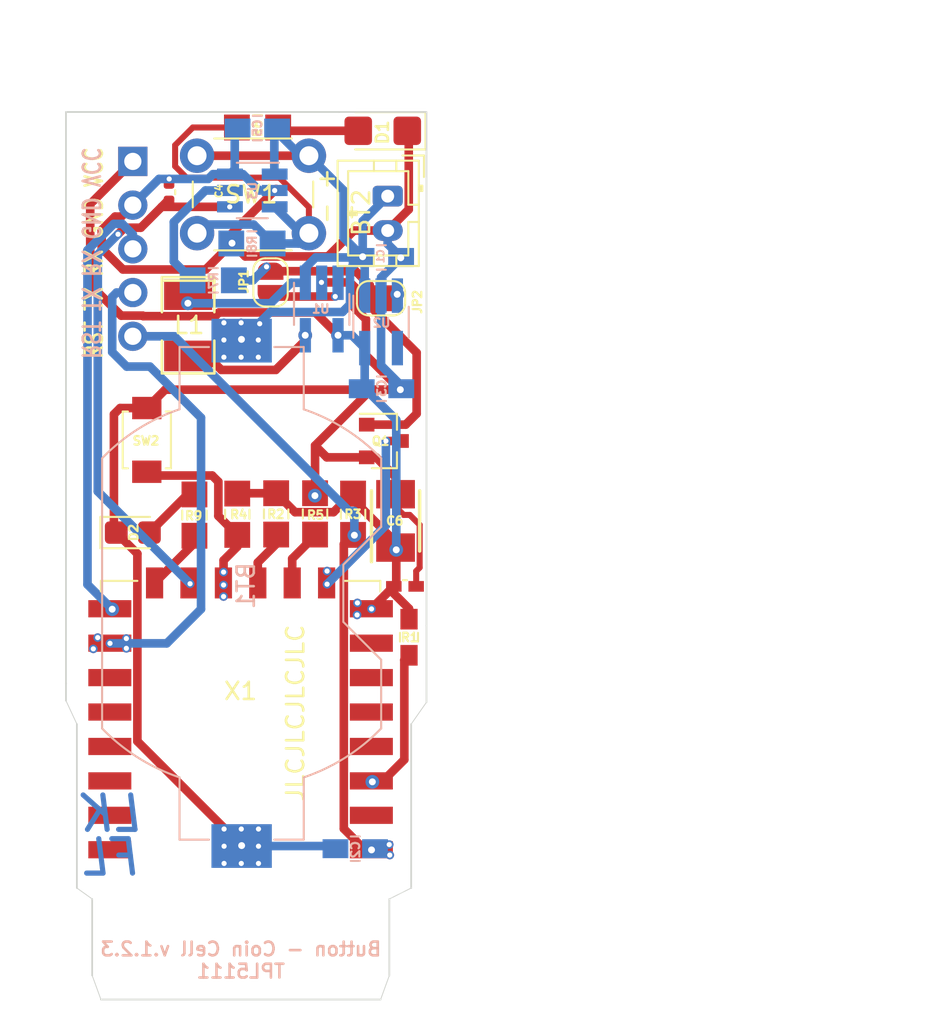
<source format=kicad_pcb>
(kicad_pcb (version 20171130) (host pcbnew "(5.1.9)-1")

  (general
    (thickness 1.6)
    (drawings 28)
    (tracks 269)
    (zones 0)
    (modules 31)
    (nets 22)
  )

  (page A4)
  (layers
    (0 F.Cu signal)
    (31 B.Cu signal)
    (32 B.Adhes user)
    (33 F.Adhes user)
    (34 B.Paste user)
    (35 F.Paste user hide)
    (36 B.SilkS user)
    (37 F.SilkS user)
    (38 B.Mask user)
    (39 F.Mask user)
    (40 Dwgs.User user)
    (41 Cmts.User user)
    (42 Eco1.User user)
    (43 Eco2.User user)
    (44 Edge.Cuts user)
    (45 Margin user)
    (46 B.CrtYd user hide)
    (47 F.CrtYd user)
    (48 B.Fab user hide)
    (49 F.Fab user)
  )

  (setup
    (last_trace_width 0.25)
    (user_trace_width 0.35)
    (user_trace_width 0.5)
    (trace_clearance 0.1)
    (zone_clearance 0.508)
    (zone_45_only no)
    (trace_min 0.2)
    (via_size 0.8)
    (via_drill 0.4)
    (via_min_size 0.4)
    (via_min_drill 0.3)
    (user_via 0.5 0.3)
    (uvia_size 0.3)
    (uvia_drill 0.1)
    (uvias_allowed no)
    (uvia_min_size 0.2)
    (uvia_min_drill 0.1)
    (edge_width 0.05)
    (segment_width 0.2)
    (pcb_text_width 0.3)
    (pcb_text_size 1.5 1.5)
    (mod_edge_width 0.12)
    (mod_text_size 1 1)
    (mod_text_width 0.15)
    (pad_size 1.524 1.524)
    (pad_drill 0.762)
    (pad_to_mask_clearance 0.051)
    (solder_mask_min_width 0.25)
    (aux_axis_origin 0 0)
    (visible_elements 7FFFFFFF)
    (pcbplotparams
      (layerselection 0x010fc_ffffffff)
      (usegerberextensions false)
      (usegerberattributes false)
      (usegerberadvancedattributes true)
      (creategerberjobfile false)
      (excludeedgelayer true)
      (linewidth 0.150000)
      (plotframeref false)
      (viasonmask false)
      (mode 1)
      (useauxorigin true)
      (hpglpennumber 1)
      (hpglpenspeed 20)
      (hpglpendiameter 15.000000)
      (psnegative false)
      (psa4output false)
      (plotreference true)
      (plotvalue true)
      (plotinvisibletext false)
      (padsonsilk false)
      (subtractmaskfromsilk false)
      (outputformat 1)
      (mirror false)
      (drillshape 0)
      (scaleselection 1)
      (outputdirectory "Gerber/"))
  )

  (net 0 "")
  (net 1 /VCC)
  (net 2 /GND)
  (net 3 /RST)
  (net 4 /RX)
  (net 5 /TX)
  (net 6 /EN)
  (net 7 /GPIO2)
  (net 8 /GPIO0)
  (net 9 "Net-(BT1-Pad1)")
  (net 10 "Net-(L1-Pad2)")
  (net 11 /GPIO15)
  (net 12 "Net-(R7-Pad2)")
  (net 13 "Net-(JP1-Pad2)")
  (net 14 "Net-(JP1-Pad1)")
  (net 15 "Net-(JP2-Pad1)")
  (net 16 /GPIO4)
  (net 17 "Net-(D2-Pad2)")
  (net 18 /GPIO5)
  (net 19 "Net-(D1-Pad2)")
  (net 20 "Net-(R6-Pad2)")
  (net 21 /GND_ESP)

  (net_class Default "This is the default net class."
    (clearance 0.1)
    (trace_width 0.25)
    (via_dia 0.8)
    (via_drill 0.4)
    (uvia_dia 0.3)
    (uvia_drill 0.1)
    (add_net /EN)
    (add_net /GND)
    (add_net /GND_ESP)
    (add_net /GPIO0)
    (add_net /GPIO15)
    (add_net /GPIO2)
    (add_net /GPIO4)
    (add_net /GPIO5)
    (add_net /RST)
    (add_net /RX)
    (add_net /TX)
    (add_net /VCC)
    (add_net "Net-(BT1-Pad1)")
    (add_net "Net-(D1-Pad2)")
    (add_net "Net-(D2-Pad2)")
    (add_net "Net-(JP1-Pad1)")
    (add_net "Net-(JP1-Pad2)")
    (add_net "Net-(JP2-Pad1)")
    (add_net "Net-(L1-Pad2)")
    (add_net "Net-(R6-Pad2)")
    (add_net "Net-(R7-Pad2)")
  )

  (module Connector_JST:JST_PH_B2B-PH-K_1x02_P2.00mm_Vertical (layer F.Cu) (tedit 5B7745C2) (tstamp 603267B2)
    (at 134.26948 55.68696 270)
    (descr "JST PH series connector, B2B-PH-K (http://www.jst-mfg.com/product/pdf/eng/ePH.pdf), generated with kicad-footprint-generator")
    (tags "connector JST PH side entry")
    (path /602FBA1B)
    (fp_text reference BT2 (at 0.96012 1.53924 270) (layer F.SilkS)
      (effects (font (size 1 1) (thickness 0.15)))
    )
    (fp_text value Battery_Cell (at 1 4 270) (layer F.Fab)
      (effects (font (size 1 1) (thickness 0.15)))
    )
    (fp_line (start 4.45 -2.2) (end -2.45 -2.2) (layer F.CrtYd) (width 0.05))
    (fp_line (start 4.45 3.3) (end 4.45 -2.2) (layer F.CrtYd) (width 0.05))
    (fp_line (start -2.45 3.3) (end 4.45 3.3) (layer F.CrtYd) (width 0.05))
    (fp_line (start -2.45 -2.2) (end -2.45 3.3) (layer F.CrtYd) (width 0.05))
    (fp_line (start 3.95 -1.7) (end -1.95 -1.7) (layer F.Fab) (width 0.1))
    (fp_line (start 3.95 2.8) (end 3.95 -1.7) (layer F.Fab) (width 0.1))
    (fp_line (start -1.95 2.8) (end 3.95 2.8) (layer F.Fab) (width 0.1))
    (fp_line (start -1.95 -1.7) (end -1.95 2.8) (layer F.Fab) (width 0.1))
    (fp_line (start -2.36 -2.11) (end -2.36 -0.86) (layer F.Fab) (width 0.1))
    (fp_line (start -1.11 -2.11) (end -2.36 -2.11) (layer F.Fab) (width 0.1))
    (fp_line (start -2.36 -2.11) (end -2.36 -0.86) (layer F.SilkS) (width 0.12))
    (fp_line (start -1.11 -2.11) (end -2.36 -2.11) (layer F.SilkS) (width 0.12))
    (fp_line (start 1 2.3) (end 1 1.8) (layer F.SilkS) (width 0.12))
    (fp_line (start 1.1 1.8) (end 1.1 2.3) (layer F.SilkS) (width 0.12))
    (fp_line (start 0.9 1.8) (end 1.1 1.8) (layer F.SilkS) (width 0.12))
    (fp_line (start 0.9 2.3) (end 0.9 1.8) (layer F.SilkS) (width 0.12))
    (fp_line (start 4.06 0.8) (end 3.45 0.8) (layer F.SilkS) (width 0.12))
    (fp_line (start 4.06 -0.5) (end 3.45 -0.5) (layer F.SilkS) (width 0.12))
    (fp_line (start -2.06 0.8) (end -1.45 0.8) (layer F.SilkS) (width 0.12))
    (fp_line (start -2.06 -0.5) (end -1.45 -0.5) (layer F.SilkS) (width 0.12))
    (fp_line (start 1.5 -1.2) (end 1.5 -1.81) (layer F.SilkS) (width 0.12))
    (fp_line (start 3.45 -1.2) (end 1.5 -1.2) (layer F.SilkS) (width 0.12))
    (fp_line (start 3.45 2.3) (end 3.45 -1.2) (layer F.SilkS) (width 0.12))
    (fp_line (start -1.45 2.3) (end 3.45 2.3) (layer F.SilkS) (width 0.12))
    (fp_line (start -1.45 -1.2) (end -1.45 2.3) (layer F.SilkS) (width 0.12))
    (fp_line (start 0.5 -1.2) (end -1.45 -1.2) (layer F.SilkS) (width 0.12))
    (fp_line (start 0.5 -1.81) (end 0.5 -1.2) (layer F.SilkS) (width 0.12))
    (fp_line (start -0.3 -1.91) (end -0.6 -1.91) (layer F.SilkS) (width 0.12))
    (fp_line (start -0.6 -2.01) (end -0.6 -1.81) (layer F.SilkS) (width 0.12))
    (fp_line (start -0.3 -2.01) (end -0.6 -2.01) (layer F.SilkS) (width 0.12))
    (fp_line (start -0.3 -1.81) (end -0.3 -2.01) (layer F.SilkS) (width 0.12))
    (fp_line (start 4.06 -1.81) (end -2.06 -1.81) (layer F.SilkS) (width 0.12))
    (fp_line (start 4.06 2.91) (end 4.06 -1.81) (layer F.SilkS) (width 0.12))
    (fp_line (start -2.06 2.91) (end 4.06 2.91) (layer F.SilkS) (width 0.12))
    (fp_line (start -2.06 -1.81) (end -2.06 2.91) (layer F.SilkS) (width 0.12))
    (fp_text user %R (at 1 1.5 270) (layer F.Fab)
      (effects (font (size 1 1) (thickness 0.15)))
    )
    (pad 2 thru_hole oval (at 2 0 270) (size 1.2 1.75) (drill 0.75) (layers *.Cu *.Mask)
      (net 2 /GND))
    (pad 1 thru_hole roundrect (at 0 0 270) (size 1.2 1.75) (drill 0.75) (layers *.Cu *.Mask) (roundrect_rratio 0.208333)
      (net 9 "Net-(BT1-Pad1)"))
    (model ${KISYS3DMOD}/Connector_JST.3dshapes/JST_PH_B2B-PH-K_1x02_P2.00mm_Vertical.wrl
      (at (xyz 0 0 0))
      (scale (xyz 1 1 1))
      (rotate (xyz 0 0 0))
    )
  )

  (module SamacSys_Parts:CAPPM3528X210N (layer F.Cu) (tedit 60364A5B) (tstamp 60368902)
    (at 134.72668 74.55628 90)
    (descr T495B-10)
    (tags "Capacitor Polarised")
    (path /60364975)
    (attr smd)
    (fp_text reference C6 (at 0 -0.05 180) (layer F.SilkS)
      (effects (font (size 0.5 0.5) (thickness 0.125)))
    )
    (fp_text value TAJB476M010TNJ (at 0 0 270) (layer F.SilkS) hide
      (effects (font (size 1.27 1.27) (thickness 0.254)))
    )
    (fp_line (start -2.625 -1.75) (end 2.625 -1.75) (layer F.CrtYd) (width 0.05))
    (fp_line (start 2.625 -1.75) (end 2.625 1.75) (layer F.CrtYd) (width 0.05))
    (fp_line (start 2.625 1.75) (end -2.625 1.75) (layer F.CrtYd) (width 0.05))
    (fp_line (start -2.625 1.75) (end -2.625 -1.75) (layer F.CrtYd) (width 0.05))
    (fp_line (start -1.75 -1.4) (end 1.75 -1.4) (layer F.Fab) (width 0.1))
    (fp_line (start 1.75 -1.4) (end 1.75 1.4) (layer F.Fab) (width 0.1))
    (fp_line (start 1.75 1.4) (end -1.75 1.4) (layer F.Fab) (width 0.1))
    (fp_line (start -1.75 1.4) (end -1.75 -1.4) (layer F.Fab) (width 0.1))
    (fp_line (start -1.75 -0.575) (end -0.925 -1.4) (layer F.Fab) (width 0.1))
    (fp_line (start 1.75 -1.4) (end -2.375 -1.4) (layer F.SilkS) (width 0.2))
    (fp_line (start -1.75 1.4) (end 1.75 1.4) (layer F.SilkS) (width 0.2))
    (fp_text user %R (at 0 0 270) (layer F.Fab)
      (effects (font (size 1.27 1.27) (thickness 0.254)))
    )
    (pad 2 smd rect (at 1.55 0 90) (size 1.65 2.25) (layers F.Cu F.Paste F.Mask)
      (net 2 /GND))
    (pad 1 smd rect (at -1.55 0 90) (size 1.65 2.25) (layers F.Cu F.Paste F.Mask)
      (net 1 /VCC))
    (model "C:\\Program Files\\KiCad\\SamacSys_Parts.3dshapes\\T495B476K006ATE450.stp"
      (at (xyz 0 0 0))
      (scale (xyz 1 1 1))
      (rotate (xyz 0 0 0))
    )
  )

  (module handsolder:SMD-1210_Pol_inductor (layer F.Cu) (tedit 6037CDBB) (tstamp 60326859)
    (at 122.67 63.192 270)
    (tags "CMS SM")
    (path /602E234D)
    (attr smd)
    (fp_text reference L1 (at -0.00696 -0.0628) (layer F.SilkS)
      (effects (font (size 1 1) (thickness 0.15)))
    )
    (fp_text value "4.7 uH" (at 0 0.762 90) (layer F.Fab)
      (effects (font (size 1 1) (thickness 0.15)))
    )
    (fp_line (start -2.794 1.524) (end -0.762 1.524) (layer F.SilkS) (width 0.15))
    (fp_line (start -2.594 -1.524) (end -2.594 1.524) (layer F.SilkS) (width 0.15))
    (fp_line (start -0.762 -1.524) (end -2.794 -1.524) (layer F.SilkS) (width 0.15))
    (fp_line (start 2.794 -1.524) (end 0.889 -1.524) (layer F.SilkS) (width 0.15))
    (fp_line (start 2.794 1.524) (end 2.794 -1.524) (layer F.SilkS) (width 0.15))
    (fp_line (start 0.889 1.524) (end 2.794 1.524) (layer F.SilkS) (width 0.15))
    (fp_line (start -2.794 -1.524) (end -2.794 1.524) (layer F.SilkS) (width 0.15))
    (pad 1 smd rect (at -1.778 0 270) (size 1.778 2.794) (layers F.Cu F.Paste F.Mask)
      (net 9 "Net-(BT1-Pad1)") (zone_connect 2))
    (pad 2 smd rect (at 1.778 0 270) (size 1.778 2.794) (layers F.Cu F.Paste F.Mask)
      (net 10 "Net-(L1-Pad2)"))
    (model SMD_Packages.3dshapes/SMD-1210_Pol.wrl
      (at (xyz 0 0 0))
      (scale (xyz 0.2 0.2 0.2))
      (rotate (xyz 0 0 0))
    )
    (model ${KISYS3DMOD}/Inductor_SMD.3dshapes/L_1206_3216Metric.step
      (at (xyz 0 0 0))
      (scale (xyz 1 1 1))
      (rotate (xyz 0 0 0))
    )
    (model ${KISYS3DMOD}/Inductor_SMD.3dshapes/L_1210_3225Metric.step
      (at (xyz 0 0 0))
      (scale (xyz 1 1 1))
      (rotate (xyz 0 0 0))
    )
  )

  (module handsolder:C_0402_1005Metric_Pad0.74x0.62mm_HandSoldermod (layer F.Cu) (tedit 6036714F) (tstamp 6036CD51)
    (at 135.27532 78.359)
    (descr "Capacitor SMD 0402 (1005 Metric), square (rectangular) end terminal, IPC_7351 nominal with elongated pad for handsoldering. (Body size source: IPC-SM-782 page 76, https://www.pcb-3d.com/wordpress/wp-content/uploads/ipc-sm-782a_amendment_1_and_2.pdf), generated with kicad-footprint-generator")
    (tags "capacitor handsolder")
    (path /60368848)
    (attr smd)
    (fp_text reference C7 (at 0 0) (layer F.SilkS) hide
      (effects (font (size 0.5 0.5) (thickness 0.125)))
    )
    (fp_text value 100nF (at 0 1.16) (layer F.Fab)
      (effects (font (size 1 1) (thickness 0.15)))
    )
    (fp_line (start 1.08 0.46) (end -1.08 0.46) (layer F.CrtYd) (width 0.05))
    (fp_line (start 1.08 -0.46) (end 1.08 0.46) (layer F.CrtYd) (width 0.05))
    (fp_line (start -1.08 -0.46) (end 1.08 -0.46) (layer F.CrtYd) (width 0.05))
    (fp_line (start -1.08 0.46) (end -1.08 -0.46) (layer F.CrtYd) (width 0.05))
    (fp_line (start -0.115835 -0.36) (end 0.115835 -0.36) (layer F.SilkS) (width 0.12))
    (fp_line (start 0.5 0.25) (end -0.5 0.25) (layer F.Fab) (width 0.1))
    (fp_line (start 0.5 -0.25) (end 0.5 0.25) (layer F.Fab) (width 0.1))
    (fp_line (start -0.5 -0.25) (end 0.5 -0.25) (layer F.Fab) (width 0.1))
    (fp_line (start -0.5 0.25) (end -0.5 -0.25) (layer F.Fab) (width 0.1))
    (fp_text user %R (at 0 0) (layer F.Fab)
      (effects (font (size 0.25 0.25) (thickness 0.04)))
    )
    (pad 2 smd rect (at 0.65 0) (size 0.9 0.62) (layers F.Cu F.Paste F.Mask)
      (net 2 /GND))
    (pad 1 smd rect (at -0.65 0) (size 0.9 0.62) (layers F.Cu F.Paste F.Mask)
      (net 1 /VCC))
    (model ${KISYS3DMOD}/Capacitor_SMD.3dshapes/C_0402_1005Metric.wrl
      (at (xyz 0 0 0))
      (scale (xyz 1 1 1))
      (rotate (xyz 0 0 0))
    )
  )

  (module Capacitor_SMD:C_0402_1005Metric_Pad0.74x0.62mm_HandSolder (layer F.Cu) (tedit 60358546) (tstamp 60343163)
    (at 121.56 55.46 90)
    (descr "Capacitor SMD 0402 (1005 Metric), square (rectangular) end terminal, IPC_7351 nominal with elongated pad for handsoldering. (Body size source: IPC-SM-782 page 76, https://www.pcb-3d.com/wordpress/wp-content/uploads/ipc-sm-782a_amendment_1_and_2.pdf), generated with kicad-footprint-generator")
    (tags "capacitor handsolder")
    (path /6034B321)
    (attr smd)
    (fp_text reference C4 (at 0.0626 2.9 270) (layer F.SilkS)
      (effects (font (size 0.4 0.4) (thickness 0.1)))
    )
    (fp_text value 10nf-100nf (at 0 1.16 90) (layer F.Fab)
      (effects (font (size 1 1) (thickness 0.15)))
    )
    (fp_line (start 1.08 0.46) (end -1.08 0.46) (layer F.CrtYd) (width 0.05))
    (fp_line (start 1.08 -0.46) (end 1.08 0.46) (layer F.CrtYd) (width 0.05))
    (fp_line (start -1.08 -0.46) (end 1.08 -0.46) (layer F.CrtYd) (width 0.05))
    (fp_line (start -1.08 0.46) (end -1.08 -0.46) (layer F.CrtYd) (width 0.05))
    (fp_line (start -0.115835 0.36) (end 0.115835 0.36) (layer F.SilkS) (width 0.12))
    (fp_line (start 0.5 0.25) (end -0.5 0.25) (layer F.Fab) (width 0.1))
    (fp_line (start 0.5 -0.25) (end 0.5 0.25) (layer F.Fab) (width 0.1))
    (fp_line (start -0.5 -0.25) (end 0.5 -0.25) (layer F.Fab) (width 0.1))
    (fp_line (start -0.5 0.25) (end -0.5 -0.25) (layer F.Fab) (width 0.1))
    (fp_text user %R (at 0 0 90) (layer F.Fab)
      (effects (font (size 0.25 0.25) (thickness 0.04)))
    )
    (pad 2 smd roundrect (at 0.5675 0 90) (size 0.735 0.62) (layers F.Cu F.Paste F.Mask) (roundrect_rratio 0.25)
      (net 2 /GND))
    (pad 1 smd roundrect (at -0.5675 0 90) (size 0.735 0.62) (layers F.Cu F.Paste F.Mask) (roundrect_rratio 0.25)
      (net 16 /GPIO4))
    (model ${KISYS3DMOD}/Capacitor_SMD.3dshapes/C_0402_1005Metric.wrl
      (at (xyz 0 0 0))
      (scale (xyz 1 1 1))
      (rotate (xyz 0 0 0))
    )
  )

  (module LED_SMD:LED_0805_2012Metric_Castellated (layer F.Cu) (tedit 603584CA) (tstamp 6032680B)
    (at 119.4562 75.2348)
    (descr "LED SMD 0805 (2012 Metric), castellated end terminal, IPC_7351 nominal, (Body size source: https://docs.google.com/spreadsheets/d/1BsfQQcO9C6DZCsRaXUlFlo91Tg2WpOkGARC1WS5S8t0/edit?usp=sharing), generated with kicad-footprint-generator")
    (tags "LED castellated")
    (path /6032747F)
    (attr smd)
    (fp_text reference D2 (at 0.05 0 90) (layer F.SilkS)
      (effects (font (size 0.5 0.5) (thickness 0.125)))
    )
    (fp_text value LED (at 0 1.6) (layer F.Fab)
      (effects (font (size 1 1) (thickness 0.15)))
    )
    (fp_line (start 1 -0.6) (end -0.7 -0.6) (layer F.Fab) (width 0.1))
    (fp_line (start -0.7 -0.6) (end -1 -0.3) (layer F.Fab) (width 0.1))
    (fp_line (start -1 -0.3) (end -1 0.6) (layer F.Fab) (width 0.1))
    (fp_line (start -1 0.6) (end 1 0.6) (layer F.Fab) (width 0.1))
    (fp_line (start 1 0.6) (end 1 -0.6) (layer F.Fab) (width 0.1))
    (fp_line (start 1 -0.91) (end -1.885 -0.91) (layer F.SilkS) (width 0.12))
    (fp_line (start -1.885 -0.91) (end -1.885 0.91) (layer F.SilkS) (width 0.12))
    (fp_line (start -1.885 0.91) (end 1 0.91) (layer F.SilkS) (width 0.12))
    (fp_line (start -1.88 0.9) (end -1.88 -0.9) (layer F.CrtYd) (width 0.05))
    (fp_line (start -1.88 -0.9) (end 1.88 -0.9) (layer F.CrtYd) (width 0.05))
    (fp_line (start 1.88 -0.9) (end 1.88 0.9) (layer F.CrtYd) (width 0.05))
    (fp_line (start 1.88 0.9) (end -1.88 0.9) (layer F.CrtYd) (width 0.05))
    (fp_text user %R (at 0 0) (layer F.Fab)
      (effects (font (size 0.5 0.5) (thickness 0.08)))
    )
    (pad 2 smd roundrect (at 0.9625 0) (size 1.325 1.3) (layers F.Cu F.Paste F.Mask) (roundrect_rratio 0.1923076923076923)
      (net 17 "Net-(D2-Pad2)"))
    (pad 1 smd roundrect (at -0.9625 0) (size 1.325 1.3) (layers F.Cu F.Paste F.Mask) (roundrect_rratio 0.1923076923076923)
      (net 2 /GND))
    (model ${KISYS3DMOD}/LED_SMD.3dshapes/LED_0805_2012Metric_Castellated.wrl
      (at (xyz 0 0 0))
      (scale (xyz 1 1 1))
      (rotate (xyz 0 0 0))
    )
  )

  (module Package_TO_SOT_SMD:SOT-23 (layer F.Cu) (tedit 5A02FF57) (tstamp 60357853)
    (at 134.0485 69.9135)
    (descr "SOT-23, Standard")
    (tags SOT-23)
    (path /6036A4FF)
    (attr smd)
    (fp_text reference Q1 (at -0.1905 0.00762) (layer F.SilkS)
      (effects (font (size 0.5 0.5) (thickness 0.125)))
    )
    (fp_text value mmbt222 (at 0 2.5) (layer F.Fab)
      (effects (font (size 1 1) (thickness 0.15)))
    )
    (fp_line (start 0.76 1.58) (end -0.7 1.58) (layer F.SilkS) (width 0.12))
    (fp_line (start 0.76 -1.58) (end -1.4 -1.58) (layer F.SilkS) (width 0.12))
    (fp_line (start -1.7 1.75) (end -1.7 -1.75) (layer F.CrtYd) (width 0.05))
    (fp_line (start 1.7 1.75) (end -1.7 1.75) (layer F.CrtYd) (width 0.05))
    (fp_line (start 1.7 -1.75) (end 1.7 1.75) (layer F.CrtYd) (width 0.05))
    (fp_line (start -1.7 -1.75) (end 1.7 -1.75) (layer F.CrtYd) (width 0.05))
    (fp_line (start 0.76 -1.58) (end 0.76 -0.65) (layer F.SilkS) (width 0.12))
    (fp_line (start 0.76 1.58) (end 0.76 0.65) (layer F.SilkS) (width 0.12))
    (fp_line (start -0.7 1.52) (end 0.7 1.52) (layer F.Fab) (width 0.1))
    (fp_line (start 0.7 -1.52) (end 0.7 1.52) (layer F.Fab) (width 0.1))
    (fp_line (start -0.7 -0.95) (end -0.15 -1.52) (layer F.Fab) (width 0.1))
    (fp_line (start -0.15 -1.52) (end 0.7 -1.52) (layer F.Fab) (width 0.1))
    (fp_line (start -0.7 -0.95) (end -0.7 1.5) (layer F.Fab) (width 0.1))
    (fp_text user %R (at 0 0 90) (layer F.Fab)
      (effects (font (size 0.5 0.5) (thickness 0.075)))
    )
    (pad 3 smd rect (at 1 0) (size 0.9 0.8) (layers F.Cu F.Paste F.Mask)
      (net 21 /GND_ESP))
    (pad 2 smd rect (at -1 0.95) (size 0.9 0.8) (layers F.Cu F.Paste F.Mask)
      (net 2 /GND))
    (pad 1 smd rect (at -1 -0.95) (size 0.9 0.8) (layers F.Cu F.Paste F.Mask)
      (net 13 "Net-(JP1-Pad2)"))
    (model ${KISYS3DMOD}/Package_TO_SOT_SMD.3dshapes/SOT-23.wrl
      (at (xyz 0 0 0))
      (scale (xyz 1 1 1))
      (rotate (xyz 0 0 0))
    )
  )

  (module handsolder:R_0603_1608Metric_Pad0.98x0.95mm_HandSolder_mod (layer F.Cu) (tedit 603556D4) (tstamp 60356131)
    (at 135.509 81.314 90)
    (descr "Resistor SMD 0603 (1608 Metric), square (rectangular) end terminal, IPC_7351 nominal with elongated pad for handsoldering. (Body size source: IPC-SM-782 page 72, https://www.pcb-3d.com/wordpress/wp-content/uploads/ipc-sm-782a_amendment_1_and_2.pdf), generated with kicad-footprint-generator")
    (tags "resistor handsolder")
    (path /60362DCD)
    (attr smd)
    (fp_text reference R1 (at -0.01172 0.03556) (layer F.SilkS)
      (effects (font (size 0.5 0.5) (thickness 0.125)))
    )
    (fp_text value 10k (at 0 1.43 90) (layer F.Fab)
      (effects (font (size 1 1) (thickness 0.15)))
    )
    (fp_line (start 1.65 0.73) (end -1.65 0.73) (layer F.CrtYd) (width 0.05))
    (fp_line (start 1.65 -0.73) (end 1.65 0.73) (layer F.CrtYd) (width 0.05))
    (fp_line (start -1.65 -0.73) (end 1.65 -0.73) (layer F.CrtYd) (width 0.05))
    (fp_line (start -1.65 0.73) (end -1.65 -0.73) (layer F.CrtYd) (width 0.05))
    (fp_line (start -0.254724 0.5225) (end 0.254724 0.5225) (layer F.SilkS) (width 0.12))
    (fp_line (start -0.254724 -0.5225) (end 0.254724 -0.5225) (layer F.SilkS) (width 0.12))
    (fp_line (start 0.8 0.4125) (end -0.8 0.4125) (layer F.Fab) (width 0.1))
    (fp_line (start 0.8 -0.4125) (end 0.8 0.4125) (layer F.Fab) (width 0.1))
    (fp_line (start -0.8 -0.4125) (end 0.8 -0.4125) (layer F.Fab) (width 0.1))
    (fp_line (start -0.8 0.4125) (end -0.8 -0.4125) (layer F.Fab) (width 0.1))
    (fp_text user %R (at 0 0 90) (layer F.Fab)
      (effects (font (size 0.4 0.4) (thickness 0.06)))
    )
    (pad 2 smd rect (at 1.05 0 90) (size 1.2 1) (layers F.Cu F.Paste F.Mask)
      (net 1 /VCC))
    (pad 1 smd rect (at -1.05 0 90) (size 1.2 1) (layers F.Cu F.Paste F.Mask)
      (net 6 /EN))
    (model ${KISYS3DMOD}/Resistor_SMD.3dshapes/R_0603_1608Metric.wrl
      (at (xyz 0 0 0))
      (scale (xyz 1 1 1))
      (rotate (xyz 0 0 0))
    )
  )

  (module handsolder:SW_SPST_B3U-1000P_mod (layer F.Cu) (tedit 60353A91) (tstamp 6032692A)
    (at 120.269 69.85 90)
    (descr "Ultra-small-sized Tactile Switch with High Contact Reliability, Top-actuated Model, without Ground Terminal, without Boss")
    (tags "Tactile Switch")
    (path /602CDBD4)
    (attr smd)
    (fp_text reference SW2 (at -0.05 -0.05) (layer F.SilkS)
      (effects (font (size 0.5 0.5) (thickness 0.125)))
    )
    (fp_text value SW_Push (at 0 2.5 90) (layer F.Fab)
      (effects (font (size 1 1) (thickness 0.15)))
    )
    (fp_line (start -2.5 1.65) (end 2.5 1.65) (layer F.CrtYd) (width 0.05))
    (fp_line (start 2.5 1.65) (end 2.5 -1.65) (layer F.CrtYd) (width 0.05))
    (fp_line (start 2.5 -1.65) (end -2.5 -1.65) (layer F.CrtYd) (width 0.05))
    (fp_line (start -2.5 -1.65) (end -2.5 1.65) (layer F.CrtYd) (width 0.05))
    (fp_line (start -1.65 1.1) (end -1.65 1.4) (layer F.SilkS) (width 0.12))
    (fp_line (start -1.65 1.4) (end 1.65 1.4) (layer F.SilkS) (width 0.12))
    (fp_line (start 1.65 1.4) (end 1.65 1.1) (layer F.SilkS) (width 0.12))
    (fp_line (start -1.65 -1.1) (end -1.65 -1.4) (layer F.SilkS) (width 0.12))
    (fp_line (start -1.65 -1.4) (end 1.65 -1.4) (layer F.SilkS) (width 0.12))
    (fp_line (start 1.65 -1.4) (end 1.65 -1.1) (layer F.SilkS) (width 0.12))
    (fp_line (start -1.5 -1.25) (end 1.5 -1.25) (layer F.Fab) (width 0.1))
    (fp_line (start 1.5 -1.25) (end 1.5 1.25) (layer F.Fab) (width 0.1))
    (fp_line (start 1.5 1.25) (end -1.5 1.25) (layer F.Fab) (width 0.1))
    (fp_line (start -1.5 1.25) (end -1.5 -1.25) (layer F.Fab) (width 0.1))
    (fp_circle (center 0 0) (end 0.75 0) (layer F.Fab) (width 0.1))
    (fp_text user %R (at 0 -2.5 90) (layer F.Fab)
      (effects (font (size 1 1) (thickness 0.15)))
    )
    (pad 2 smd rect (at 1.85 0 90) (size 1.3 1.7) (layers F.Cu F.Paste F.Mask)
      (net 2 /GND))
    (pad 1 smd rect (at -1.85 0 90) (size 1.3 1.7) (layers F.Cu F.Paste F.Mask)
      (net 8 /GPIO0))
    (model ${KISYS3DMOD}/Button_Switch_SMD.3dshapes/SW_SPST_B3U-1000P.wrl
      (at (xyz 0 0 0))
      (scale (xyz 1 1 1))
      (rotate (xyz 0 0 0))
    )
  )

  (module handsolder:SW_PUSH_6mm_H8mm_mod (layer F.Cu) (tedit 60353762) (tstamp 60326911)
    (at 123.19 53.34)
    (descr "tactile push button, 6x6mm e.g. PHAP33xx series, height=8mm")
    (tags "tact sw push 6mm")
    (path /602CFCB7)
    (fp_text reference SW1 (at 3.15 2.25) (layer F.SilkS)
      (effects (font (size 1 1) (thickness 0.15)))
    )
    (fp_text value SW_Push (at 3.75 6.7) (layer F.Fab)
      (effects (font (size 1 1) (thickness 0.15)))
    )
    (fp_line (start 3.25 -0.75) (end 6.25 -0.75) (layer F.Fab) (width 0.1))
    (fp_line (start 6.25 -0.75) (end 6.25 5.25) (layer F.Fab) (width 0.1))
    (fp_line (start 6.25 5.25) (end 0.25 5.25) (layer F.Fab) (width 0.1))
    (fp_line (start 0.25 5.25) (end 0.25 -0.75) (layer F.Fab) (width 0.1))
    (fp_line (start 0.25 -0.75) (end 3.25 -0.75) (layer F.Fab) (width 0.1))
    (fp_line (start 7.75 6) (end 8 6) (layer F.CrtYd) (width 0.05))
    (fp_line (start 8 6) (end 8 5.75) (layer F.CrtYd) (width 0.05))
    (fp_line (start 7.75 -1.5) (end 8 -1.5) (layer F.CrtYd) (width 0.05))
    (fp_line (start 8 -1.5) (end 8 -1.25) (layer F.CrtYd) (width 0.05))
    (fp_line (start -1.5 -1.25) (end -1.5 -1.5) (layer F.CrtYd) (width 0.05))
    (fp_line (start -1.5 -1.5) (end -1.25 -1.5) (layer F.CrtYd) (width 0.05))
    (fp_line (start -1.5 5.75) (end -1.5 6) (layer F.CrtYd) (width 0.05))
    (fp_line (start -1.5 6) (end -1.25 6) (layer F.CrtYd) (width 0.05))
    (fp_line (start -1.25 -1.5) (end 7.75 -1.5) (layer F.CrtYd) (width 0.05))
    (fp_line (start -1.5 5.75) (end -1.5 -1.25) (layer F.CrtYd) (width 0.05))
    (fp_line (start 7.75 6) (end -1.25 6) (layer F.CrtYd) (width 0.05))
    (fp_line (start 8 -1.25) (end 8 5.75) (layer F.CrtYd) (width 0.05))
    (fp_line (start 1 5.5) (end 5.5 5.5) (layer F.SilkS) (width 0.12))
    (fp_line (start -0.25 1.5) (end -0.25 3) (layer F.SilkS) (width 0.12))
    (fp_line (start 5.5 -1) (end 1 -1) (layer F.SilkS) (width 0.12))
    (fp_line (start 6.75 3) (end 6.75 1.5) (layer F.SilkS) (width 0.12))
    (fp_circle (center 3.25 2.25) (end 1.25 2.5) (layer F.Fab) (width 0.1))
    (fp_text user %R (at 3.25 2.25) (layer F.Fab)
      (effects (font (size 1 1) (thickness 0.15)))
    )
    (pad 1 thru_hole circle (at 6.5 0 90) (size 2 2) (drill 1.1) (layers *.Cu *.Mask)
      (net 9 "Net-(BT1-Pad1)"))
    (pad 2 thru_hole circle (at 6.5 4.5 90) (size 2 2) (drill 1.1) (layers *.Cu *.Mask)
      (net 20 "Net-(R6-Pad2)"))
    (pad 1 thru_hole circle (at 0 0 90) (size 2 2) (drill 1.1) (layers *.Cu *.Mask)
      (net 9 "Net-(BT1-Pad1)"))
    (pad 2 thru_hole circle (at 0 4.5 90) (size 2 2) (drill 1.1) (layers *.Cu *.Mask)
      (net 20 "Net-(R6-Pad2)"))
    (model ${KISYS3DMOD}/Button_Switch_THT.3dshapes/SW_PUSH_6mm_H8mm.wrl
      (at (xyz 0 0 0))
      (scale (xyz 1 1 1))
      (rotate (xyz 0 0 0))
    )
  )

  (module handsolder:PinSocket_1x05_P2.54mm_Vertical_mod (layer F.Cu) (tedit 603537B0) (tstamp 60326824)
    (at 119.4562 53.6702)
    (descr "Through hole straight socket strip, 1x05, 2.54mm pitch, single row (from Kicad 4.0.7), script generated")
    (tags "Through hole socket strip THT 1x05 2.54mm single row")
    (path /60301345)
    (fp_text reference J1 (at 0 -2.77) (layer F.SilkS) hide
      (effects (font (size 1 1) (thickness 0.15)))
    )
    (fp_text value Conn_01x05_Female (at 0 12.93) (layer F.Fab)
      (effects (font (size 1 1) (thickness 0.15)))
    )
    (fp_line (start -1.27 -1.27) (end 0.635 -1.27) (layer F.Fab) (width 0.1))
    (fp_line (start 0.635 -1.27) (end 1.27 -0.635) (layer F.Fab) (width 0.1))
    (fp_line (start 1.27 -0.635) (end 1.27 11.43) (layer F.Fab) (width 0.1))
    (fp_line (start 1.27 11.43) (end -1.27 11.43) (layer F.Fab) (width 0.1))
    (fp_line (start -1.27 11.43) (end -1.27 -1.27) (layer F.Fab) (width 0.1))
    (fp_line (start -1.8 -1.8) (end 1.75 -1.8) (layer F.CrtYd) (width 0.05))
    (fp_line (start 1.75 -1.8) (end 1.75 11.9) (layer F.CrtYd) (width 0.05))
    (fp_line (start 1.75 11.9) (end -1.8 11.9) (layer F.CrtYd) (width 0.05))
    (fp_line (start -1.8 11.9) (end -1.8 -1.8) (layer F.CrtYd) (width 0.05))
    (fp_text user %R (at 0 5.08 90) (layer F.Fab)
      (effects (font (size 1 1) (thickness 0.15)))
    )
    (pad 5 thru_hole oval (at 0 10.16) (size 1.7 1.7) (drill 1) (layers *.Cu *.Mask)
      (net 3 /RST))
    (pad 4 thru_hole oval (at 0 7.62) (size 1.7 1.7) (drill 1) (layers *.Cu *.Mask)
      (net 5 /TX))
    (pad 3 thru_hole oval (at 0 5.08) (size 1.7 1.7) (drill 1) (layers *.Cu *.Mask)
      (net 4 /RX))
    (pad 2 thru_hole oval (at 0 2.54) (size 1.7 1.7) (drill 1) (layers *.Cu *.Mask)
      (net 2 /GND))
    (pad 1 thru_hole rect (at 0 0) (size 1.7 1.7) (drill 1) (layers *.Cu *.Mask)
      (net 1 /VCC))
    (model ${KISYS3DMOD}/Connector_PinSocket_2.54mm.3dshapes/PinSocket_1x05_P2.54mm_Vertical.wrl
      (at (xyz 0 0 0))
      (scale (xyz 1 1 1))
      (rotate (xyz 0 0 0))
    )
  )

  (module handsolder:C_0805_2012handsodermod (layer B.Cu) (tedit 60004493) (tstamp 6034EF3D)
    (at 126.69256 51.7338 180)
    (descr "Capacitor SMD 0805 (2012 Metric), square (rectangular) end terminal, IPC_7351 nominal with elongated pad for handsoldering. (Body size source: https://docs.google.com/spreadsheets/d/1BsfQQcO9C6DZCsRaXUlFlo91Tg2WpOkGARC1WS5S8t0/edit?usp=sharing), generated with kicad-footprint-generator")
    (tags "capacitor handsolder")
    (path /6034F848)
    (attr smd)
    (fp_text reference C5 (at -0.00264 -0.00092 270) (layer B.SilkS)
      (effects (font (size 0.5 0.5) (thickness 0.125)) (justify mirror))
    )
    (fp_text value 100nF (at 0 -1.65 180) (layer B.Fab) hide
      (effects (font (size 1 1) (thickness 0.15)) (justify mirror))
    )
    (fp_line (start 2.05 -0.95) (end -2 -0.95) (layer B.CrtYd) (width 0.05))
    (fp_line (start 2.05 0.95) (end 2.05 -0.95) (layer B.CrtYd) (width 0.05))
    (fp_line (start -2 0.95) (end 2.05 0.95) (layer B.CrtYd) (width 0.05))
    (fp_line (start -2 -0.95) (end -2 0.95) (layer B.CrtYd) (width 0.05))
    (fp_line (start -0.261252 -0.71) (end 0.261252 -0.71) (layer B.SilkS) (width 0.12))
    (fp_line (start -0.261252 0.71) (end 0.261252 0.71) (layer B.SilkS) (width 0.12))
    (fp_line (start 1 -0.6) (end -1 -0.6) (layer B.Fab) (width 0.1))
    (fp_line (start 1 0.6) (end 1 -0.6) (layer B.Fab) (width 0.1))
    (fp_line (start -1 0.6) (end 1 0.6) (layer B.Fab) (width 0.1))
    (fp_line (start -1 -0.6) (end -1 0.6) (layer B.Fab) (width 0.1))
    (fp_text user %R (at 0 0 180) (layer B.Fab)
      (effects (font (size 0.5 0.5) (thickness 0.08)) (justify mirror))
    )
    (pad 2 smd rect (at 1.15 0 180) (size 1.5 1.1) (layers B.Cu B.Paste B.Mask)
      (net 2 /GND))
    (pad 1 smd rect (at -1.15 0 180) (size 1.5 1.1) (layers B.Cu B.Paste B.Mask)
      (net 9 "Net-(BT1-Pad1)"))
    (model ${KISYS3DMOD}/Capacitor_SMD.3dshapes/C_0805_2012Metric.wrl
      (at (xyz 0 0 0))
      (scale (xyz 1 1 1))
      (rotate (xyz 0 0 0))
    )
  )

  (module handsolder:ESP-12Elesssilk (layer F.Cu) (tedit 60343770) (tstamp 603269A6)
    (at 125.72 90.16 180)
    (descr "Wi-Fi Module, http://wiki.ai-thinker.com/_media/esp8266/docs/aithinker_esp_12f_datasheet_en.pdf")
    (tags "Wi-Fi Module")
    (path /602C0443)
    (attr smd)
    (fp_text reference X1 (at 0 5.715) (layer F.SilkS)
      (effects (font (size 1 1) (thickness 0.15)))
    )
    (fp_text value ESP-12E (at -0.06 -12.78) (layer F.Fab)
      (effects (font (size 1 1) (thickness 0.15)))
    )
    (fp_line (start 5.56 -4.8) (end 8.12 -7.36) (layer Dwgs.User) (width 0.12))
    (fp_line (start 2.56 -4.8) (end 8.12 -10.36) (layer Dwgs.User) (width 0.12))
    (fp_line (start -0.44 -4.8) (end 6.88 -12.12) (layer Dwgs.User) (width 0.12))
    (fp_line (start -3.44 -4.8) (end 3.88 -12.12) (layer Dwgs.User) (width 0.12))
    (fp_line (start -6.44 -4.8) (end 0.88 -12.12) (layer Dwgs.User) (width 0.12))
    (fp_line (start -8.12 -6.12) (end -2.12 -12.12) (layer Dwgs.User) (width 0.12))
    (fp_line (start -8.12 -9.12) (end -5.12 -12.12) (layer Dwgs.User) (width 0.12))
    (fp_line (start -8.12 -4.8) (end -8.12 -12.12) (layer Dwgs.User) (width 0.12))
    (fp_line (start 8.12 -4.8) (end -8.12 -4.8) (layer Dwgs.User) (width 0.12))
    (fp_line (start 8.12 -12.12) (end 8.12 -4.8) (layer Dwgs.User) (width 0.12))
    (fp_line (start -8.12 -12.12) (end 8.12 -12.12) (layer Dwgs.User) (width 0.12))
    (fp_line (start -8.12 12.12) (end -8.12 11.5) (layer F.SilkS) (width 0.12))
    (fp_line (start -6 12.12) (end -8.12 12.12) (layer F.SilkS) (width 0.12))
    (fp_line (start 8.12 12.12) (end 6 12.12) (layer F.SilkS) (width 0.12))
    (fp_line (start 8.12 11.5) (end 8.12 12.12) (layer F.SilkS) (width 0.12))
    (fp_line (start -9.05 13.1) (end -9.05 -12.2) (layer F.CrtYd) (width 0.05))
    (fp_line (start 9.05 13.1) (end -9.05 13.1) (layer F.CrtYd) (width 0.05))
    (fp_line (start 9.05 -12.2) (end 9.05 13.1) (layer F.CrtYd) (width 0.05))
    (fp_line (start -9.05 -12.2) (end 9.05 -12.2) (layer F.CrtYd) (width 0.05))
    (fp_line (start -8 -4) (end -8 -12) (layer F.Fab) (width 0.12))
    (fp_line (start -7.5 -3.5) (end -8 -4) (layer F.Fab) (width 0.12))
    (fp_line (start -8 -3) (end -7.5 -3.5) (layer F.Fab) (width 0.12))
    (fp_line (start -8 12) (end -8 -3) (layer F.Fab) (width 0.12))
    (fp_line (start 8 12) (end -8 12) (layer F.Fab) (width 0.12))
    (fp_line (start 8 -12) (end 8 12) (layer F.Fab) (width 0.12))
    (fp_line (start -8 -12) (end 8 -12) (layer F.Fab) (width 0.12))
    (fp_text user %R (at 0.49 -0.8) (layer F.Fab)
      (effects (font (size 1 1) (thickness 0.15)))
    )
    (fp_text user "KEEP-OUT ZONE" (at 0.03 -9.55 180) (layer Cmts.User)
      (effects (font (size 1 1) (thickness 0.15)))
    )
    (fp_text user Antenna (at -0.06 -7 180) (layer Cmts.User)
      (effects (font (size 1 1) (thickness 0.15)))
    )
    (pad 22 smd rect (at 7.6 -3.5 180) (size 2.5 1) (layers F.Cu F.Paste F.Mask))
    (pad 21 smd rect (at 7.6 -1.5 180) (size 2.5 1) (layers F.Cu F.Paste F.Mask))
    (pad 20 smd rect (at 7.6 0.5 180) (size 2.5 1) (layers F.Cu F.Paste F.Mask))
    (pad 19 smd rect (at 7.6 2.5 180) (size 2.5 1) (layers F.Cu F.Paste F.Mask))
    (pad 18 smd rect (at 7.6 4.5 180) (size 2.5 1) (layers F.Cu F.Paste F.Mask))
    (pad 17 smd rect (at 7.6 6.5 180) (size 2.5 1) (layers F.Cu F.Paste F.Mask))
    (pad 16 smd rect (at 7.6 8.5 180) (size 2.5 1) (layers F.Cu F.Paste F.Mask)
      (net 5 /TX))
    (pad 15 smd rect (at 7.6 10.5 180) (size 2.5 1) (layers F.Cu F.Paste F.Mask)
      (net 4 /RX))
    (pad 14 smd rect (at 5 12 180) (size 1 1.8) (layers F.Cu F.Paste F.Mask)
      (net 18 /GPIO5))
    (pad 13 smd rect (at 3 12 180) (size 1 1.8) (layers F.Cu F.Paste F.Mask)
      (net 16 /GPIO4))
    (pad 12 smd rect (at 1 12 180) (size 1 1.8) (layers F.Cu F.Paste F.Mask)
      (net 8 /GPIO0))
    (pad 11 smd rect (at -1 12 180) (size 1 1.8) (layers F.Cu F.Paste F.Mask)
      (net 7 /GPIO2))
    (pad 10 smd rect (at -3 12 180) (size 1 1.8) (layers F.Cu F.Paste F.Mask)
      (net 11 /GPIO15))
    (pad 9 smd rect (at -5 12 180) (size 1 1.8) (layers F.Cu F.Paste F.Mask)
      (net 21 /GND_ESP))
    (pad 8 smd rect (at -7.6 10.5 180) (size 2.5 1) (layers F.Cu F.Paste F.Mask)
      (net 1 /VCC))
    (pad 7 smd rect (at -7.6 8.5 180) (size 2.5 1) (layers F.Cu F.Paste F.Mask))
    (pad 6 smd rect (at -7.6 6.5 180) (size 2.5 1) (layers F.Cu F.Paste F.Mask))
    (pad 5 smd rect (at -7.6 4.5 180) (size 2.5 1) (layers F.Cu F.Paste F.Mask))
    (pad 4 smd rect (at -7.6 2.5 180) (size 2.5 1) (layers F.Cu F.Paste F.Mask))
    (pad 3 smd rect (at -7.6 0.5 180) (size 2.5 1) (layers F.Cu F.Paste F.Mask)
      (net 6 /EN))
    (pad 2 smd rect (at -7.6 -1.5 180) (size 2.5 1) (layers F.Cu F.Paste F.Mask))
    (pad 1 smd rect (at -7.6 -3.5 180) (size 2.5 1) (layers F.Cu F.Paste F.Mask)
      (net 3 /RST))
    (model ${KISYS3DMOD}/RF_Module.3dshapes/ESP-12E.wrl
      (at (xyz 0 0 0))
      (scale (xyz 1 1 1))
      (rotate (xyz 0 0 0))
    )
  )

  (module handsolder:SOT-23-5_HandSolderingmod (layer B.Cu) (tedit 60023824) (tstamp 60329F06)
    (at 130.43408 62.27064 270)
    (descr "5-pin SOT23 package")
    (tags "SOT-23-5 hand-soldering")
    (path /6033543B)
    (attr smd)
    (fp_text reference U1 (at -0.03048 0.05588 180) (layer B.SilkS)
      (effects (font (size 0.5 0.5) (thickness 0.125)) (justify mirror))
    )
    (fp_text value TPS61097A (at 10.287 -1.143 270) (layer B.SilkS) hide
      (effects (font (size 1 1) (thickness 0.15)) (justify mirror))
    )
    (fp_line (start -0.9 -1.61) (end 0.9 -1.61) (layer B.SilkS) (width 0.12))
    (fp_line (start 0.9 1.61) (end -1.55 1.61) (layer B.SilkS) (width 0.12))
    (fp_line (start -0.9 0.9) (end -0.25 1.55) (layer B.Fab) (width 0.1))
    (fp_line (start 0.9 1.55) (end -0.25 1.55) (layer B.Fab) (width 0.1))
    (fp_line (start -0.9 0.9) (end -0.9 -1.55) (layer B.Fab) (width 0.1))
    (fp_line (start 0.9 -1.55) (end -0.9 -1.55) (layer B.Fab) (width 0.1))
    (fp_line (start 0.9 1.55) (end 0.9 -1.55) (layer B.Fab) (width 0.1))
    (fp_line (start -2.38 1.8) (end 2.38 1.8) (layer B.CrtYd) (width 0.05))
    (fp_line (start -2.38 1.8) (end -2.38 -1.8) (layer B.CrtYd) (width 0.05))
    (fp_line (start 2.38 -1.8) (end 2.38 1.8) (layer B.CrtYd) (width 0.05))
    (fp_line (start 2.38 -1.8) (end -2.38 -1.8) (layer B.CrtYd) (width 0.05))
    (fp_text user %R (at 0 0) (layer B.Fab)
      (effects (font (size 0.5 0.5) (thickness 0.075)) (justify mirror))
    )
    (pad 5 smd rect (at 1.5 0.95 270) (size 2 0.65) (layers B.Cu B.Paste B.Mask)
      (net 10 "Net-(L1-Pad2)"))
    (pad 4 smd rect (at 1.5 -0.95 270) (size 2 0.65) (layers B.Cu B.Paste B.Mask)
      (net 1 /VCC))
    (pad 3 smd rect (at -1.55 -0.95 270) (size 2 0.65) (layers B.Cu B.Paste B.Mask)
      (net 14 "Net-(JP1-Pad1)"))
    (pad 2 smd trapezoid (at -1.55 0 270) (size 2 0.65) (layers B.Cu B.Paste B.Mask)
      (net 2 /GND))
    (pad 1 smd rect (at -1.55 0.95 270) (size 2 0.65) (layers B.Cu B.Paste B.Mask)
      (net 9 "Net-(BT1-Pad1)"))
    (model ${KISYS3DMOD}/Package_TO_SOT_SMD.3dshapes/SOT-23-5.wrl
      (at (xyz 0 0 0))
      (scale (xyz 1 1 1))
      (rotate (xyz 0 0 0))
    )
  )

  (module Jumper:SolderJumper-2_P1.3mm_Open_RoundedPad1.0x1.5mm (layer F.Cu) (tedit 6032783A) (tstamp 60326836)
    (at 127.46 60.7 90)
    (descr "SMD Solder Jumper, 1x1.5mm, rounded Pads, 0.3mm gap, open")
    (tags "solder jumper open")
    (path /6032A30E)
    (attr virtual)
    (fp_text reference JP1 (at 0.05496 -1.5522 90) (layer F.SilkS)
      (effects (font (size 0.5 0.5) (thickness 0.125)))
    )
    (fp_text value "Jumper Coin Cell" (at 0 1.9 90) (layer F.Fab)
      (effects (font (size 1 1) (thickness 0.15)))
    )
    (fp_line (start -1.4 0.3) (end -1.4 -0.3) (layer F.SilkS) (width 0.12))
    (fp_line (start 0.7 1) (end -0.7 1) (layer F.SilkS) (width 0.12))
    (fp_line (start 1.4 -0.3) (end 1.4 0.3) (layer F.SilkS) (width 0.12))
    (fp_line (start -0.7 -1) (end 0.7 -1) (layer F.SilkS) (width 0.12))
    (fp_line (start -1.5 -1.1) (end 1.4 -1.1) (layer F.CrtYd) (width 0.05))
    (fp_line (start -1.5 -1.1) (end -1.5 1.1) (layer F.CrtYd) (width 0.05))
    (fp_line (start 1.4 1.1) (end 1.4 -1.1) (layer F.CrtYd) (width 0.05))
    (fp_line (start 1.4 1.1) (end -1.5 1.1) (layer F.CrtYd) (width 0.05))
    (fp_arc (start -0.7 -0.3) (end -0.7 -1) (angle -90) (layer F.SilkS) (width 0.12))
    (fp_arc (start -0.7 0.3) (end -1.4 0.3) (angle -90) (layer F.SilkS) (width 0.12))
    (fp_arc (start 0.7 0.3) (end 0.7 1) (angle -90) (layer F.SilkS) (width 0.12))
    (fp_arc (start 0.7 -0.3) (end 1.4 -0.3) (angle -90) (layer F.SilkS) (width 0.12))
    (pad 2 smd custom (at 0.65 0 90) (size 1 0.5) (layers F.Cu F.Mask)
      (net 13 "Net-(JP1-Pad2)") (zone_connect 2)
      (options (clearance outline) (anchor rect))
      (primitives
        (gr_circle (center 0 0.25) (end 0.5 0.25) (width 0))
        (gr_circle (center 0 -0.25) (end 0.5 -0.25) (width 0))
        (gr_poly (pts
           (xy 0 -0.75) (xy -0.5 -0.75) (xy -0.5 0.75) (xy 0 0.75)) (width 0))
      ))
    (pad 1 smd custom (at -0.65 0 90) (size 1 0.5) (layers F.Cu F.Mask)
      (net 14 "Net-(JP1-Pad1)") (zone_connect 2)
      (options (clearance outline) (anchor rect))
      (primitives
        (gr_circle (center 0 0.25) (end 0.5 0.25) (width 0))
        (gr_circle (center 0 -0.25) (end 0.5 -0.25) (width 0))
        (gr_poly (pts
           (xy 0 -0.75) (xy 0.5 -0.75) (xy 0.5 0.75) (xy 0 0.75)) (width 0))
      ))
  )

  (module handsolder:C_0805_2012handsodermod (layer B.Cu) (tedit 60326176) (tstamp 603267C3)
    (at 133.9 59.25 180)
    (descr "Capacitor SMD 0805 (2012 Metric), square (rectangular) end terminal, IPC_7351 nominal with elongated pad for handsoldering. (Body size source: https://docs.google.com/spreadsheets/d/1BsfQQcO9C6DZCsRaXUlFlo91Tg2WpOkGARC1WS5S8t0/edit?usp=sharing), generated with kicad-footprint-generator")
    (tags "capacitor handsolder")
    (path /602D0C1F)
    (attr smd)
    (fp_text reference C1 (at 0.042 0.068 270) (layer B.SilkS)
      (effects (font (size 0.4 0.4) (thickness 0.1)) (justify mirror))
    )
    (fp_text value 10uF (at 0 -1.65 180) (layer B.Fab) hide
      (effects (font (size 1 1) (thickness 0.15)) (justify mirror))
    )
    (fp_line (start -1 -0.6) (end -1 0.6) (layer B.Fab) (width 0.1))
    (fp_line (start -1 0.6) (end 1 0.6) (layer B.Fab) (width 0.1))
    (fp_line (start 1 0.6) (end 1 -0.6) (layer B.Fab) (width 0.1))
    (fp_line (start 1 -0.6) (end -1 -0.6) (layer B.Fab) (width 0.1))
    (fp_line (start -0.261252 0.71) (end 0.261252 0.71) (layer B.SilkS) (width 0.12))
    (fp_line (start -0.261252 -0.71) (end 0.261252 -0.71) (layer B.SilkS) (width 0.12))
    (fp_line (start -2 -0.85) (end -2 0.85) (layer B.CrtYd) (width 0.05))
    (fp_line (start -2 0.85) (end 2.05 0.85) (layer B.CrtYd) (width 0.05))
    (fp_line (start 2.05 0.85) (end 2.05 -0.85) (layer B.CrtYd) (width 0.05))
    (fp_line (start 2.05 -0.85) (end -2 -0.85) (layer B.CrtYd) (width 0.05))
    (fp_text user %R (at 0 0 180) (layer B.Fab)
      (effects (font (size 0.5 0.5) (thickness 0.08)) (justify mirror))
    )
    (pad 2 smd rect (at 1.15 0 180) (size 1.5 1.1) (layers B.Cu B.Paste B.Mask)
      (net 9 "Net-(BT1-Pad1)"))
    (pad 1 smd rect (at -1.15 0 180) (size 1.5 1.1) (layers B.Cu B.Paste B.Mask)
      (net 2 /GND))
    (model ${KISYS3DMOD}/Capacitor_SMD.3dshapes/C_0805_2012Metric.wrl
      (at (xyz 0 0 0))
      (scale (xyz 1 1 1))
      (rotate (xyz 0 0 0))
    )
  )

  (module handsolder:SOT-23-6handsoldering (layer B.Cu) (tedit 600C9A10) (tstamp 6032696B)
    (at 126.4 55.36 180)
    (descr "6-pin SOT-23 package")
    (tags SOT-23-6)
    (path /6031B6A7)
    (attr smd)
    (fp_text reference U3 (at -0.02088 -0.012 270) (layer B.SilkS)
      (effects (font (size 0.5 0.5) (thickness 0.125)) (justify mirror))
    )
    (fp_text value TPL5111 (at 0 -2.9) (layer B.Fab)
      (effects (font (size 1 1) (thickness 0.15)) (justify mirror))
    )
    (fp_line (start -0.9 -1.61) (end 0.9 -1.61) (layer B.SilkS) (width 0.12))
    (fp_line (start 0.9 1.61) (end -1.55 1.61) (layer B.SilkS) (width 0.12))
    (fp_line (start 1.9 1.8) (end -1.9 1.8) (layer B.CrtYd) (width 0.05))
    (fp_line (start 1.9 -1.8) (end 1.9 1.8) (layer B.CrtYd) (width 0.05))
    (fp_line (start -1.9 -1.8) (end 1.9 -1.8) (layer B.CrtYd) (width 0.05))
    (fp_line (start -1.9 1.8) (end -1.9 -1.8) (layer B.CrtYd) (width 0.05))
    (fp_line (start -0.9 0.9) (end -0.25 1.55) (layer B.Fab) (width 0.1))
    (fp_line (start 0.9 1.55) (end -0.25 1.55) (layer B.Fab) (width 0.1))
    (fp_line (start -0.9 0.9) (end -0.9 -1.55) (layer B.Fab) (width 0.1))
    (fp_line (start 0.9 -1.55) (end -0.9 -1.55) (layer B.Fab) (width 0.1))
    (fp_line (start 0.9 1.55) (end 0.9 -1.55) (layer B.Fab) (width 0.1))
    (fp_text user %R (at 0 0 90) (layer B.Fab)
      (effects (font (size 0.5 0.5) (thickness 0.075)) (justify mirror))
    )
    (pad 5 smd rect (at 1.3 0 180) (size 1.5 0.65) (layers B.Cu B.Paste B.Mask)
      (net 12 "Net-(R7-Pad2)"))
    (pad 6 smd rect (at 1.3 0.95 180) (size 1.5 0.65) (layers B.Cu B.Paste B.Mask)
      (net 2 /GND))
    (pad 4 smd rect (at 1.3 -0.95 180) (size 1.5 0.65) (layers B.Cu B.Paste B.Mask)
      (net 16 /GPIO4))
    (pad 3 smd rect (at -1.3 -0.95 180) (size 1.5 0.65) (layers B.Cu B.Paste B.Mask)
      (net 20 "Net-(R6-Pad2)"))
    (pad 2 smd rect (at -1.3 0 180) (size 1.5 0.65) (layers B.Cu B.Paste B.Mask)
      (net 2 /GND))
    (pad 1 smd rect (at -1.3 0.95 180) (size 1.5 0.65) (layers B.Cu B.Paste B.Mask)
      (net 9 "Net-(BT1-Pad1)"))
    (model ${KISYS3DMOD}/Package_TO_SOT_SMD.3dshapes/SOT-23-6.wrl
      (at (xyz 0 0 0))
      (scale (xyz 1 1 1))
      (rotate (xyz 0 0 0))
    )
  )

  (module handsolder:SOT-23-5_HandSolderingmod (layer B.Cu) (tedit 60023824) (tstamp 60326955)
    (at 133.8834 63.0174 270)
    (descr "5-pin SOT23 package")
    (tags "SOT-23-5 hand-soldering")
    (path /602F5FBE)
    (attr smd)
    (fp_text reference U2 (at 0.03556 -0.03048) (layer B.SilkS)
      (effects (font (size 0.5 0.5) (thickness 0.125)) (justify mirror))
    )
    (fp_text value AP2112K-3.3 (at 7.62 -1.27 270) (layer B.SilkS) hide
      (effects (font (size 1 1) (thickness 0.15)) (justify mirror))
    )
    (fp_line (start -0.9 -1.61) (end 0.9 -1.61) (layer B.SilkS) (width 0.12))
    (fp_line (start 0.9 1.61) (end -1.55 1.61) (layer B.SilkS) (width 0.12))
    (fp_line (start -0.9 0.9) (end -0.25 1.55) (layer B.Fab) (width 0.1))
    (fp_line (start 0.9 1.55) (end -0.25 1.55) (layer B.Fab) (width 0.1))
    (fp_line (start -0.9 0.9) (end -0.9 -1.55) (layer B.Fab) (width 0.1))
    (fp_line (start 0.9 -1.55) (end -0.9 -1.55) (layer B.Fab) (width 0.1))
    (fp_line (start 0.9 1.55) (end 0.9 -1.55) (layer B.Fab) (width 0.1))
    (fp_line (start -2.38 1.8) (end 2.38 1.8) (layer B.CrtYd) (width 0.05))
    (fp_line (start -2.38 1.8) (end -2.38 -1.8) (layer B.CrtYd) (width 0.05))
    (fp_line (start 2.38 -1.8) (end 2.38 1.8) (layer B.CrtYd) (width 0.05))
    (fp_line (start 2.38 -1.8) (end -2.38 -1.8) (layer B.CrtYd) (width 0.05))
    (fp_text user %R (at 0 0) (layer B.Fab)
      (effects (font (size 0.5 0.5) (thickness 0.075)) (justify mirror))
    )
    (pad 5 smd rect (at 1.5 0.95 270) (size 2 0.65) (layers B.Cu B.Paste B.Mask)
      (net 1 /VCC))
    (pad 4 smd rect (at 1.5 -0.95 270) (size 2 0.65) (layers B.Cu B.Paste B.Mask))
    (pad 3 smd rect (at -1.55 -0.95 270) (size 2 0.65) (layers B.Cu B.Paste B.Mask)
      (net 15 "Net-(JP2-Pad1)"))
    (pad 2 smd trapezoid (at -1.55 0 270) (size 2 0.65) (layers B.Cu B.Paste B.Mask)
      (net 2 /GND))
    (pad 1 smd rect (at -1.55 0.95 270) (size 2 0.65) (layers B.Cu B.Paste B.Mask)
      (net 9 "Net-(BT1-Pad1)"))
    (model ${KISYS3DMOD}/Package_TO_SOT_SMD.3dshapes/SOT-23-5.wrl
      (at (xyz 0 0 0))
      (scale (xyz 1 1 1))
      (rotate (xyz 0 0 0))
    )
  )

  (module handsolder:R_0805_2012handsoldermod (layer F.Cu) (tedit 60004565) (tstamp 603268F2)
    (at 123.0376 74.2188 270)
    (descr "Resistor SMD 0805 (2012 Metric), square (rectangular) end terminal, IPC_7351 nominal with elongated pad for handsoldering. (Body size source: https://docs.google.com/spreadsheets/d/1BsfQQcO9C6DZCsRaXUlFlo91Tg2WpOkGARC1WS5S8t0/edit?usp=sharing), generated with kicad-footprint-generator")
    (tags "resistor handsolder")
    (path /60325E7B)
    (attr smd)
    (fp_text reference R9 (at 0.04064 0.04572) (layer F.SilkS)
      (effects (font (size 0.5 0.5) (thickness 0.125)))
    )
    (fp_text value 1k (at 0 1.65 270) (layer F.Fab) hide
      (effects (font (size 1 1) (thickness 0.15)))
    )
    (fp_line (start -1 0.6) (end -1 -0.6) (layer F.Fab) (width 0.1))
    (fp_line (start -1 -0.6) (end 1 -0.6) (layer F.Fab) (width 0.1))
    (fp_line (start 1 -0.6) (end 1 0.6) (layer F.Fab) (width 0.1))
    (fp_line (start 1 0.6) (end -1 0.6) (layer F.Fab) (width 0.1))
    (fp_line (start -0.261252 -0.71) (end 0.261252 -0.71) (layer F.SilkS) (width 0.12))
    (fp_line (start -0.261252 0.71) (end 0.261252 0.71) (layer F.SilkS) (width 0.12))
    (fp_line (start -2.05 0.95) (end -2.05 -0.95) (layer F.CrtYd) (width 0.05))
    (fp_line (start -2.05 -0.95) (end 2.05 -0.95) (layer F.CrtYd) (width 0.05))
    (fp_line (start 2.05 -0.95) (end 2.05 0.95) (layer F.CrtYd) (width 0.05))
    (fp_line (start 2.05 0.95) (end -2.05 0.95) (layer F.CrtYd) (width 0.05))
    (fp_text user %R (at 0 0 270) (layer F.Fab)
      (effects (font (size 0.5 0.5) (thickness 0.08)))
    )
    (pad 2 smd rect (at 1.2 0 270) (size 1.5 1.5) (layers F.Cu F.Paste F.Mask)
      (net 18 /GPIO5))
    (pad 1 smd rect (at -1.2 0 270) (size 1.5 1.5) (layers F.Cu F.Paste F.Mask)
      (net 17 "Net-(D2-Pad2)"))
    (model ${KISYS3DMOD}/Resistor_SMD.3dshapes/R_0805_2012Metric.wrl
      (at (xyz 0 0 0))
      (scale (xyz 1 1 1))
      (rotate (xyz 0 0 0))
    )
  )

  (module handsolder:R_0805_2012handsoldermod (layer B.Cu) (tedit 60004565) (tstamp 603268E1)
    (at 126.38 58.44 180)
    (descr "Resistor SMD 0805 (2012 Metric), square (rectangular) end terminal, IPC_7351 nominal with elongated pad for handsoldering. (Body size source: https://docs.google.com/spreadsheets/d/1BsfQQcO9C6DZCsRaXUlFlo91Tg2WpOkGARC1WS5S8t0/edit?usp=sharing), generated with kicad-footprint-generator")
    (tags "resistor handsolder")
    (path /6031EA78)
    (attr smd)
    (fp_text reference R8 (at -0.00532 -0.03588 90) (layer B.SilkS)
      (effects (font (size 0.5 0.5) (thickness 0.125)) (justify mirror))
    )
    (fp_text value 10k (at 0 -1.65) (layer B.Fab) hide
      (effects (font (size 1 1) (thickness 0.15)) (justify mirror))
    )
    (fp_line (start -1 -0.6) (end -1 0.6) (layer B.Fab) (width 0.1))
    (fp_line (start -1 0.6) (end 1 0.6) (layer B.Fab) (width 0.1))
    (fp_line (start 1 0.6) (end 1 -0.6) (layer B.Fab) (width 0.1))
    (fp_line (start 1 -0.6) (end -1 -0.6) (layer B.Fab) (width 0.1))
    (fp_line (start -0.261252 0.71) (end 0.261252 0.71) (layer B.SilkS) (width 0.12))
    (fp_line (start -0.261252 -0.71) (end 0.261252 -0.71) (layer B.SilkS) (width 0.12))
    (fp_line (start -2.05 -0.95) (end -2.05 0.95) (layer B.CrtYd) (width 0.05))
    (fp_line (start -2.05 0.95) (end 2.05 0.95) (layer B.CrtYd) (width 0.05))
    (fp_line (start 2.05 0.95) (end 2.05 -0.95) (layer B.CrtYd) (width 0.05))
    (fp_line (start 2.05 -0.95) (end -2.05 -0.95) (layer B.CrtYd) (width 0.05))
    (fp_text user %R (at 0 0) (layer B.Fab)
      (effects (font (size 0.5 0.5) (thickness 0.08)) (justify mirror))
    )
    (pad 2 smd rect (at 1.2 0 180) (size 1.5 1.5) (layers B.Cu B.Paste B.Mask)
      (net 2 /GND))
    (pad 1 smd rect (at -1.2 0 180) (size 1.5 1.5) (layers B.Cu B.Paste B.Mask)
      (net 20 "Net-(R6-Pad2)"))
    (model ${KISYS3DMOD}/Resistor_SMD.3dshapes/R_0805_2012Metric.wrl
      (at (xyz 0 0 0))
      (scale (xyz 1 1 1))
      (rotate (xyz 0 0 0))
    )
  )

  (module handsolder:R_0805_2012handsoldermod (layer B.Cu) (tedit 60004565) (tstamp 603268D0)
    (at 124.1298 60.579 180)
    (descr "Resistor SMD 0805 (2012 Metric), square (rectangular) end terminal, IPC_7351 nominal with elongated pad for handsoldering. (Body size source: https://docs.google.com/spreadsheets/d/1BsfQQcO9C6DZCsRaXUlFlo91Tg2WpOkGARC1WS5S8t0/edit?usp=sharing), generated with kicad-footprint-generator")
    (tags "resistor handsolder")
    (path /602F7A06)
    (attr smd)
    (fp_text reference R7 (at -0.01524 -0.02032 90) (layer B.SilkS)
      (effects (font (size 0.5 0.5) (thickness 0.125)) (justify mirror))
    )
    (fp_text value 10k (at 0 -1.65) (layer B.Fab) hide
      (effects (font (size 1 1) (thickness 0.15)) (justify mirror))
    )
    (fp_line (start -1 -0.6) (end -1 0.6) (layer B.Fab) (width 0.1))
    (fp_line (start -1 0.6) (end 1 0.6) (layer B.Fab) (width 0.1))
    (fp_line (start 1 0.6) (end 1 -0.6) (layer B.Fab) (width 0.1))
    (fp_line (start 1 -0.6) (end -1 -0.6) (layer B.Fab) (width 0.1))
    (fp_line (start -0.261252 0.71) (end 0.261252 0.71) (layer B.SilkS) (width 0.12))
    (fp_line (start -0.261252 -0.71) (end 0.261252 -0.71) (layer B.SilkS) (width 0.12))
    (fp_line (start -2.05 -0.95) (end -2.05 0.95) (layer B.CrtYd) (width 0.05))
    (fp_line (start -2.05 0.95) (end 2.05 0.95) (layer B.CrtYd) (width 0.05))
    (fp_line (start 2.05 0.95) (end 2.05 -0.95) (layer B.CrtYd) (width 0.05))
    (fp_line (start 2.05 -0.95) (end -2.05 -0.95) (layer B.CrtYd) (width 0.05))
    (fp_text user %R (at 0 0) (layer B.Fab)
      (effects (font (size 0.5 0.5) (thickness 0.08)) (justify mirror))
    )
    (pad 2 smd rect (at 1.2 0 180) (size 1.5 1.5) (layers B.Cu B.Paste B.Mask)
      (net 12 "Net-(R7-Pad2)"))
    (pad 1 smd rect (at -1.2 0 180) (size 1.5 1.5) (layers B.Cu B.Paste B.Mask)
      (net 13 "Net-(JP1-Pad2)"))
    (model ${KISYS3DMOD}/Resistor_SMD.3dshapes/R_0805_2012Metric.wrl
      (at (xyz 0 0 0))
      (scale (xyz 1 1 1))
      (rotate (xyz 0 0 0))
    )
  )

  (module handsolder:R_0805_2012handsoldermod (layer F.Cu) (tedit 60004565) (tstamp 603268BF)
    (at 126.70536 51.69916 180)
    (descr "Resistor SMD 0805 (2012 Metric), square (rectangular) end terminal, IPC_7351 nominal with elongated pad for handsoldering. (Body size source: https://docs.google.com/spreadsheets/d/1BsfQQcO9C6DZCsRaXUlFlo91Tg2WpOkGARC1WS5S8t0/edit?usp=sharing), generated with kicad-footprint-generator")
    (tags "resistor handsolder")
    (path /602D454A)
    (attr smd)
    (fp_text reference R6 (at -0.01016 -0.05588 90) (layer F.SilkS)
      (effects (font (size 0.5 0.5) (thickness 0.125)))
    )
    (fp_text value 1k (at 0 1.65) (layer F.Fab) hide
      (effects (font (size 1 1) (thickness 0.15)))
    )
    (fp_line (start -1 0.6) (end -1 -0.6) (layer F.Fab) (width 0.1))
    (fp_line (start -1 -0.6) (end 1 -0.6) (layer F.Fab) (width 0.1))
    (fp_line (start 1 -0.6) (end 1 0.6) (layer F.Fab) (width 0.1))
    (fp_line (start 1 0.6) (end -1 0.6) (layer F.Fab) (width 0.1))
    (fp_line (start -0.261252 -0.71) (end 0.261252 -0.71) (layer F.SilkS) (width 0.12))
    (fp_line (start -0.261252 0.71) (end 0.261252 0.71) (layer F.SilkS) (width 0.12))
    (fp_line (start -2.05 0.95) (end -2.05 -0.95) (layer F.CrtYd) (width 0.05))
    (fp_line (start -2.05 -0.95) (end 2.05 -0.95) (layer F.CrtYd) (width 0.05))
    (fp_line (start 2.05 -0.95) (end 2.05 0.95) (layer F.CrtYd) (width 0.05))
    (fp_line (start 2.05 0.95) (end -2.05 0.95) (layer F.CrtYd) (width 0.05))
    (fp_text user %R (at 0 0) (layer F.Fab)
      (effects (font (size 0.5 0.5) (thickness 0.08)))
    )
    (pad 2 smd rect (at 1.2 0 180) (size 1.5 1.5) (layers F.Cu F.Paste F.Mask)
      (net 20 "Net-(R6-Pad2)"))
    (pad 1 smd rect (at -1.2 0 180) (size 1.5 1.5) (layers F.Cu F.Paste F.Mask)
      (net 19 "Net-(D1-Pad2)"))
    (model ${KISYS3DMOD}/Resistor_SMD.3dshapes/R_0805_2012Metric.wrl
      (at (xyz 0 0 0))
      (scale (xyz 1 1 1))
      (rotate (xyz 0 0 0))
    )
  )

  (module handsolder:R_0805_2012handsoldermod (layer F.Cu) (tedit 60004565) (tstamp 603268AE)
    (at 130.048 74.1488 270)
    (descr "Resistor SMD 0805 (2012 Metric), square (rectangular) end terminal, IPC_7351 nominal with elongated pad for handsoldering. (Body size source: https://docs.google.com/spreadsheets/d/1BsfQQcO9C6DZCsRaXUlFlo91Tg2WpOkGARC1WS5S8t0/edit?usp=sharing), generated with kicad-footprint-generator")
    (tags "resistor handsolder")
    (path /602CA91E)
    (attr smd)
    (fp_text reference R5 (at 0.07 -0.0254 180) (layer F.SilkS)
      (effects (font (size 0.5 0.5) (thickness 0.125)))
    )
    (fp_text value 4.7k (at 0 1.65 90) (layer F.Fab) hide
      (effects (font (size 1 1) (thickness 0.15)))
    )
    (fp_line (start -1 0.6) (end -1 -0.6) (layer F.Fab) (width 0.1))
    (fp_line (start -1 -0.6) (end 1 -0.6) (layer F.Fab) (width 0.1))
    (fp_line (start 1 -0.6) (end 1 0.6) (layer F.Fab) (width 0.1))
    (fp_line (start 1 0.6) (end -1 0.6) (layer F.Fab) (width 0.1))
    (fp_line (start -0.261252 -0.71) (end 0.261252 -0.71) (layer F.SilkS) (width 0.12))
    (fp_line (start -0.261252 0.71) (end 0.261252 0.71) (layer F.SilkS) (width 0.12))
    (fp_line (start -2.05 0.95) (end -2.05 -0.95) (layer F.CrtYd) (width 0.05))
    (fp_line (start -2.05 -0.95) (end 2.05 -0.95) (layer F.CrtYd) (width 0.05))
    (fp_line (start 2.05 -0.95) (end 2.05 0.95) (layer F.CrtYd) (width 0.05))
    (fp_line (start 2.05 0.95) (end -2.05 0.95) (layer F.CrtYd) (width 0.05))
    (fp_text user %R (at 0 0 90) (layer F.Fab)
      (effects (font (size 0.5 0.5) (thickness 0.08)))
    )
    (pad 2 smd rect (at 1.2 0 270) (size 1.5 1.5) (layers F.Cu F.Paste F.Mask)
      (net 11 /GPIO15))
    (pad 1 smd rect (at -1.2 0 270) (size 1.5 1.5) (layers F.Cu F.Paste F.Mask)
      (net 2 /GND))
    (model ${KISYS3DMOD}/Resistor_SMD.3dshapes/R_0805_2012Metric.wrl
      (at (xyz 0 0 0))
      (scale (xyz 1 1 1))
      (rotate (xyz 0 0 0))
    )
  )

  (module handsolder:R_0805_2012handsoldermod (layer F.Cu) (tedit 60004565) (tstamp 6032689D)
    (at 125.5268 74.168 270)
    (descr "Resistor SMD 0805 (2012 Metric), square (rectangular) end terminal, IPC_7351 nominal with elongated pad for handsoldering. (Body size source: https://docs.google.com/spreadsheets/d/1BsfQQcO9C6DZCsRaXUlFlo91Tg2WpOkGARC1WS5S8t0/edit?usp=sharing), generated with kicad-footprint-generator")
    (tags "resistor handsolder")
    (path /602CA541)
    (attr smd)
    (fp_text reference R4 (at 0.01524 -0.08128 180) (layer F.SilkS)
      (effects (font (size 0.5 0.5) (thickness 0.125)))
    )
    (fp_text value 10k (at 0 1.65 90) (layer F.Fab) hide
      (effects (font (size 1 1) (thickness 0.15)))
    )
    (fp_line (start -1 0.6) (end -1 -0.6) (layer F.Fab) (width 0.1))
    (fp_line (start -1 -0.6) (end 1 -0.6) (layer F.Fab) (width 0.1))
    (fp_line (start 1 -0.6) (end 1 0.6) (layer F.Fab) (width 0.1))
    (fp_line (start 1 0.6) (end -1 0.6) (layer F.Fab) (width 0.1))
    (fp_line (start -0.261252 -0.71) (end 0.261252 -0.71) (layer F.SilkS) (width 0.12))
    (fp_line (start -0.261252 0.71) (end 0.261252 0.71) (layer F.SilkS) (width 0.12))
    (fp_line (start -2.05 0.95) (end -2.05 -0.95) (layer F.CrtYd) (width 0.05))
    (fp_line (start -2.05 -0.95) (end 2.05 -0.95) (layer F.CrtYd) (width 0.05))
    (fp_line (start 2.05 -0.95) (end 2.05 0.95) (layer F.CrtYd) (width 0.05))
    (fp_line (start 2.05 0.95) (end -2.05 0.95) (layer F.CrtYd) (width 0.05))
    (fp_text user %R (at 0 0 90) (layer F.Fab)
      (effects (font (size 0.5 0.5) (thickness 0.08)))
    )
    (pad 2 smd rect (at 1.2 0 270) (size 1.5 1.5) (layers F.Cu F.Paste F.Mask)
      (net 8 /GPIO0))
    (pad 1 smd rect (at -1.2 0 270) (size 1.5 1.5) (layers F.Cu F.Paste F.Mask)
      (net 1 /VCC))
    (model ${KISYS3DMOD}/Resistor_SMD.3dshapes/R_0805_2012Metric.wrl
      (at (xyz 0 0 0))
      (scale (xyz 1 1 1))
      (rotate (xyz 0 0 0))
    )
  )

  (module handsolder:R_0805_2012handsoldermod (layer F.Cu) (tedit 60004565) (tstamp 6032688C)
    (at 132.2578 74.168 270)
    (descr "Resistor SMD 0805 (2012 Metric), square (rectangular) end terminal, IPC_7351 nominal with elongated pad for handsoldering. (Body size source: https://docs.google.com/spreadsheets/d/1BsfQQcO9C6DZCsRaXUlFlo91Tg2WpOkGARC1WS5S8t0/edit?usp=sharing), generated with kicad-footprint-generator")
    (tags "resistor handsolder")
    (path /602C7954)
    (attr smd)
    (fp_text reference R3 (at 0 0.01016 180) (layer F.SilkS)
      (effects (font (size 0.5 0.5) (thickness 0.125)))
    )
    (fp_text value 10k (at 0 1.65 90) (layer F.Fab) hide
      (effects (font (size 1 1) (thickness 0.15)))
    )
    (fp_line (start -1 0.6) (end -1 -0.6) (layer F.Fab) (width 0.1))
    (fp_line (start -1 -0.6) (end 1 -0.6) (layer F.Fab) (width 0.1))
    (fp_line (start 1 -0.6) (end 1 0.6) (layer F.Fab) (width 0.1))
    (fp_line (start 1 0.6) (end -1 0.6) (layer F.Fab) (width 0.1))
    (fp_line (start -0.261252 -0.71) (end 0.261252 -0.71) (layer F.SilkS) (width 0.12))
    (fp_line (start -0.261252 0.71) (end 0.261252 0.71) (layer F.SilkS) (width 0.12))
    (fp_line (start -2.05 0.95) (end -2.05 -0.95) (layer F.CrtYd) (width 0.05))
    (fp_line (start -2.05 -0.95) (end 2.05 -0.95) (layer F.CrtYd) (width 0.05))
    (fp_line (start 2.05 -0.95) (end 2.05 0.95) (layer F.CrtYd) (width 0.05))
    (fp_line (start 2.05 0.95) (end -2.05 0.95) (layer F.CrtYd) (width 0.05))
    (fp_text user %R (at 0 0 90) (layer F.Fab)
      (effects (font (size 0.5 0.5) (thickness 0.08)))
    )
    (pad 2 smd rect (at 1.2 0 270) (size 1.5 1.5) (layers F.Cu F.Paste F.Mask)
      (net 3 /RST))
    (pad 1 smd rect (at -1.2 0 270) (size 1.5 1.5) (layers F.Cu F.Paste F.Mask)
      (net 1 /VCC))
    (model ${KISYS3DMOD}/Resistor_SMD.3dshapes/R_0805_2012Metric.wrl
      (at (xyz 0 0 0))
      (scale (xyz 1 1 1))
      (rotate (xyz 0 0 0))
    )
  )

  (module handsolder:R_0805_2012handsoldermod (layer F.Cu) (tedit 60004565) (tstamp 6032687B)
    (at 127.7874 74.1488 270)
    (descr "Resistor SMD 0805 (2012 Metric), square (rectangular) end terminal, IPC_7351 nominal with elongated pad for handsoldering. (Body size source: https://docs.google.com/spreadsheets/d/1BsfQQcO9C6DZCsRaXUlFlo91Tg2WpOkGARC1WS5S8t0/edit?usp=sharing), generated with kicad-footprint-generator")
    (tags "resistor handsolder")
    (path /602CC605)
    (attr smd)
    (fp_text reference R2 (at 0.0192 0.02032 180) (layer F.SilkS)
      (effects (font (size 0.5 0.5) (thickness 0.125)))
    )
    (fp_text value 10k (at 0 1.65 90) (layer F.Fab) hide
      (effects (font (size 1 1) (thickness 0.15)))
    )
    (fp_line (start -1 0.6) (end -1 -0.6) (layer F.Fab) (width 0.1))
    (fp_line (start -1 -0.6) (end 1 -0.6) (layer F.Fab) (width 0.1))
    (fp_line (start 1 -0.6) (end 1 0.6) (layer F.Fab) (width 0.1))
    (fp_line (start 1 0.6) (end -1 0.6) (layer F.Fab) (width 0.1))
    (fp_line (start -0.261252 -0.71) (end 0.261252 -0.71) (layer F.SilkS) (width 0.12))
    (fp_line (start -0.261252 0.71) (end 0.261252 0.71) (layer F.SilkS) (width 0.12))
    (fp_line (start -2.05 0.95) (end -2.05 -0.95) (layer F.CrtYd) (width 0.05))
    (fp_line (start -2.05 -0.95) (end 2.05 -0.95) (layer F.CrtYd) (width 0.05))
    (fp_line (start 2.05 -0.95) (end 2.05 0.95) (layer F.CrtYd) (width 0.05))
    (fp_line (start 2.05 0.95) (end -2.05 0.95) (layer F.CrtYd) (width 0.05))
    (fp_text user %R (at 0 0 90) (layer F.Fab)
      (effects (font (size 0.5 0.5) (thickness 0.08)))
    )
    (pad 2 smd rect (at 1.2 0 270) (size 1.5 1.5) (layers F.Cu F.Paste F.Mask)
      (net 7 /GPIO2))
    (pad 1 smd rect (at -1.2 0 270) (size 1.5 1.5) (layers F.Cu F.Paste F.Mask)
      (net 1 /VCC))
    (model ${KISYS3DMOD}/Resistor_SMD.3dshapes/R_0805_2012Metric.wrl
      (at (xyz 0 0 0))
      (scale (xyz 1 1 1))
      (rotate (xyz 0 0 0))
    )
  )

  (module Jumper:SolderJumper-2_P1.3mm_Open_RoundedPad1.0x1.5mm (layer F.Cu) (tedit 5B391E66) (tstamp 60326848)
    (at 133.8834 61.6204 180)
    (descr "SMD Solder Jumper, 1x1.5mm, rounded Pads, 0.3mm gap, open")
    (tags "solder jumper open")
    (path /60326B8C)
    (attr virtual)
    (fp_text reference JP2 (at -2.11328 -0.21336 270) (layer F.SilkS)
      (effects (font (size 0.5 0.5) (thickness 0.125)))
    )
    (fp_text value "Jumper LIPO" (at 0 1.9) (layer F.Fab)
      (effects (font (size 1 1) (thickness 0.15)))
    )
    (fp_line (start -1.4 0.3) (end -1.4 -0.3) (layer F.SilkS) (width 0.12))
    (fp_line (start 0.7 1) (end -0.7 1) (layer F.SilkS) (width 0.12))
    (fp_line (start 1.4 -0.3) (end 1.4 0.3) (layer F.SilkS) (width 0.12))
    (fp_line (start -0.7 -1) (end 0.7 -1) (layer F.SilkS) (width 0.12))
    (fp_line (start -1.65 -1.25) (end 1.65 -1.25) (layer F.CrtYd) (width 0.05))
    (fp_line (start -1.65 -1.25) (end -1.65 1.25) (layer F.CrtYd) (width 0.05))
    (fp_line (start 1.65 1.25) (end 1.65 -1.25) (layer F.CrtYd) (width 0.05))
    (fp_line (start 1.65 1.25) (end -1.65 1.25) (layer F.CrtYd) (width 0.05))
    (fp_arc (start -0.7 -0.3) (end -0.7 -1) (angle -90) (layer F.SilkS) (width 0.12))
    (fp_arc (start -0.7 0.3) (end -1.4 0.3) (angle -90) (layer F.SilkS) (width 0.12))
    (fp_arc (start 0.7 0.3) (end 0.7 1) (angle -90) (layer F.SilkS) (width 0.12))
    (fp_arc (start 0.7 -0.3) (end 1.4 -0.3) (angle -90) (layer F.SilkS) (width 0.12))
    (pad 2 smd custom (at 0.65 0 180) (size 1 0.5) (layers F.Cu F.Mask)
      (net 13 "Net-(JP1-Pad2)") (zone_connect 2)
      (options (clearance outline) (anchor rect))
      (primitives
        (gr_circle (center 0 0.25) (end 0.5 0.25) (width 0))
        (gr_circle (center 0 -0.25) (end 0.5 -0.25) (width 0))
        (gr_poly (pts
           (xy 0 -0.75) (xy -0.5 -0.75) (xy -0.5 0.75) (xy 0 0.75)) (width 0))
      ))
    (pad 1 smd custom (at -0.65 0 180) (size 1 0.5) (layers F.Cu F.Mask)
      (net 15 "Net-(JP2-Pad1)") (zone_connect 2)
      (options (clearance outline) (anchor rect))
      (primitives
        (gr_circle (center 0 0.25) (end 0.5 0.25) (width 0))
        (gr_circle (center 0 -0.25) (end 0.5 -0.25) (width 0))
        (gr_poly (pts
           (xy 0 -0.75) (xy 0.5 -0.75) (xy 0.5 0.75) (xy 0 0.75)) (width 0))
      ))
  )

  (module LED_SMD:LED_1206_3216Metric_Castellated (layer F.Cu) (tedit 5F68FEF1) (tstamp 603267F8)
    (at 133.9824 51.8922 180)
    (descr "LED SMD 1206 (3216 Metric), castellated end terminal, IPC_7351 nominal, (Body size source: http://www.tortai-tech.com/upload/download/2011102023233369053.pdf), generated with kicad-footprint-generator")
    (tags "LED castellated")
    (path /602D28D1)
    (attr smd)
    (fp_text reference D1 (at 0.0176 -0.0922 90) (layer F.SilkS)
      (effects (font (size 0.7 0.7) (thickness 0.15)))
    )
    (fp_text value LED (at 0 1.78) (layer F.Fab)
      (effects (font (size 1 1) (thickness 0.15)))
    )
    (fp_line (start 1.6 -0.8) (end -1.2 -0.8) (layer F.Fab) (width 0.1))
    (fp_line (start -1.2 -0.8) (end -1.6 -0.4) (layer F.Fab) (width 0.1))
    (fp_line (start -1.6 -0.4) (end -1.6 0.8) (layer F.Fab) (width 0.1))
    (fp_line (start -1.6 0.8) (end 1.6 0.8) (layer F.Fab) (width 0.1))
    (fp_line (start 1.6 0.8) (end 1.6 -0.8) (layer F.Fab) (width 0.1))
    (fp_line (start 1.6 -1.085) (end -2.485 -1.085) (layer F.SilkS) (width 0.12))
    (fp_line (start -2.485 -1.085) (end -2.485 1.085) (layer F.SilkS) (width 0.12))
    (fp_line (start -2.485 1.085) (end 1.6 1.085) (layer F.SilkS) (width 0.12))
    (fp_line (start -2.48 1.08) (end -2.48 -1.08) (layer F.CrtYd) (width 0.05))
    (fp_line (start -2.48 -1.08) (end 2.48 -1.08) (layer F.CrtYd) (width 0.05))
    (fp_line (start 2.48 -1.08) (end 2.48 1.08) (layer F.CrtYd) (width 0.05))
    (fp_line (start 2.48 1.08) (end -2.48 1.08) (layer F.CrtYd) (width 0.05))
    (fp_text user %R (at 0 0) (layer F.Fab)
      (effects (font (size 0.8 0.8) (thickness 0.12)))
    )
    (pad 2 smd roundrect (at 1.425 0 180) (size 1.6 1.65) (layers F.Cu F.Paste F.Mask) (roundrect_rratio 0.15625)
      (net 19 "Net-(D1-Pad2)"))
    (pad 1 smd roundrect (at -1.425 0 180) (size 1.6 1.65) (layers F.Cu F.Paste F.Mask) (roundrect_rratio 0.15625)
      (net 2 /GND))
    (model ${KISYS3DMOD}/LED_SMD.3dshapes/LED_1206_3216Metric_Castellated.wrl
      (at (xyz 0 0 0))
      (scale (xyz 1 1 1))
      (rotate (xyz 0 0 0))
    )
  )

  (module handsolder:C_0805_2012handsodermod (layer B.Cu) (tedit 60004493) (tstamp 603267E5)
    (at 133.9088 66.8782)
    (descr "Capacitor SMD 0805 (2012 Metric), square (rectangular) end terminal, IPC_7351 nominal with elongated pad for handsoldering. (Body size source: https://docs.google.com/spreadsheets/d/1BsfQQcO9C6DZCsRaXUlFlo91Tg2WpOkGARC1WS5S8t0/edit?usp=sharing), generated with kicad-footprint-generator")
    (tags "capacitor handsolder")
    (path /602E3D4A)
    (attr smd)
    (fp_text reference C3 (at 0.02032 -0.03048 90) (layer B.SilkS)
      (effects (font (size 0.5 0.5) (thickness 0.125)) (justify mirror))
    )
    (fp_text value 10uF (at 0 -1.65) (layer B.Fab) hide
      (effects (font (size 1 1) (thickness 0.15)) (justify mirror))
    )
    (fp_line (start -1 -0.6) (end -1 0.6) (layer B.Fab) (width 0.1))
    (fp_line (start -1 0.6) (end 1 0.6) (layer B.Fab) (width 0.1))
    (fp_line (start 1 0.6) (end 1 -0.6) (layer B.Fab) (width 0.1))
    (fp_line (start 1 -0.6) (end -1 -0.6) (layer B.Fab) (width 0.1))
    (fp_line (start -0.261252 0.71) (end 0.261252 0.71) (layer B.SilkS) (width 0.12))
    (fp_line (start -0.261252 -0.71) (end 0.261252 -0.71) (layer B.SilkS) (width 0.12))
    (fp_line (start -2 -0.95) (end -2 0.95) (layer B.CrtYd) (width 0.05))
    (fp_line (start -2 0.95) (end 2.05 0.95) (layer B.CrtYd) (width 0.05))
    (fp_line (start 2.05 0.95) (end 2.05 -0.95) (layer B.CrtYd) (width 0.05))
    (fp_line (start 2.05 -0.95) (end -2 -0.95) (layer B.CrtYd) (width 0.05))
    (fp_text user %R (at 0 0) (layer B.Fab)
      (effects (font (size 0.5 0.5) (thickness 0.08)) (justify mirror))
    )
    (pad 2 smd rect (at 1.15 0) (size 1.5 1.1) (layers B.Cu B.Paste B.Mask)
      (net 2 /GND))
    (pad 1 smd rect (at -1.15 0) (size 1.5 1.1) (layers B.Cu B.Paste B.Mask)
      (net 1 /VCC))
    (model ${KISYS3DMOD}/Capacitor_SMD.3dshapes/C_0805_2012Metric.wrl
      (at (xyz 0 0 0))
      (scale (xyz 1 1 1))
      (rotate (xyz 0 0 0))
    )
  )

  (module handsolder:C_0805_2012handsodermod (layer B.Cu) (tedit 60004493) (tstamp 603267D4)
    (at 132.3848 93.599)
    (descr "Capacitor SMD 0805 (2012 Metric), square (rectangular) end terminal, IPC_7351 nominal with elongated pad for handsoldering. (Body size source: https://docs.google.com/spreadsheets/d/1BsfQQcO9C6DZCsRaXUlFlo91Tg2WpOkGARC1WS5S8t0/edit?usp=sharing), generated with kicad-footprint-generator")
    (tags "capacitor handsolder")
    (path /602C896A)
    (attr smd)
    (fp_text reference C2 (at 0.01016 0.06096 90) (layer B.SilkS)
      (effects (font (size 0.5 0.5) (thickness 0.125)) (justify mirror))
    )
    (fp_text value 100nF (at 0 -1.65) (layer B.Fab) hide
      (effects (font (size 1 1) (thickness 0.15)) (justify mirror))
    )
    (fp_line (start -1 -0.6) (end -1 0.6) (layer B.Fab) (width 0.1))
    (fp_line (start -1 0.6) (end 1 0.6) (layer B.Fab) (width 0.1))
    (fp_line (start 1 0.6) (end 1 -0.6) (layer B.Fab) (width 0.1))
    (fp_line (start 1 -0.6) (end -1 -0.6) (layer B.Fab) (width 0.1))
    (fp_line (start -0.261252 0.71) (end 0.261252 0.71) (layer B.SilkS) (width 0.12))
    (fp_line (start -0.261252 -0.71) (end 0.261252 -0.71) (layer B.SilkS) (width 0.12))
    (fp_line (start -2 -0.95) (end -2 0.95) (layer B.CrtYd) (width 0.05))
    (fp_line (start -2 0.95) (end 2.05 0.95) (layer B.CrtYd) (width 0.05))
    (fp_line (start 2.05 0.95) (end 2.05 -0.95) (layer B.CrtYd) (width 0.05))
    (fp_line (start 2.05 -0.95) (end -2 -0.95) (layer B.CrtYd) (width 0.05))
    (fp_text user %R (at 0 0) (layer B.Fab)
      (effects (font (size 0.5 0.5) (thickness 0.08)) (justify mirror))
    )
    (pad 2 smd rect (at 1.15 0) (size 1.5 1.1) (layers B.Cu B.Paste B.Mask)
      (net 3 /RST))
    (pad 1 smd rect (at -1.15 0) (size 1.5 1.1) (layers B.Cu B.Paste B.Mask)
      (net 2 /GND))
    (model ${KISYS3DMOD}/Capacitor_SMD.3dshapes/C_0805_2012Metric.wrl
      (at (xyz 0 0 0))
      (scale (xyz 1 1 1))
      (rotate (xyz 0 0 0))
    )
  )

  (module Battery:BatteryHolder_Keystone_1058_1x2032 (layer B.Cu) (tedit 589EE147) (tstamp 60326788)
    (at 125.7808 78.7642 270)
    (descr http://www.keyelco.com/product-pdf.cfm?p=14028)
    (tags "Keystone type 1058 coin cell retainer")
    (path /602C3B33)
    (attr smd)
    (fp_text reference BT1 (at -0.44076 -0.24892 270) (layer B.SilkS)
      (effects (font (size 1 1) (thickness 0.15)) (justify mirror))
    )
    (fp_text value Battery_Cell (at 0 9.398 270) (layer B.Fab)
      (effects (font (size 1 1) (thickness 0.15)) (justify mirror))
    )
    (fp_line (start 11.06 -4.11) (end 16.45 -4.11) (layer B.CrtYd) (width 0.05))
    (fp_line (start 16.45 -4.11) (end 16.45 4.11) (layer B.CrtYd) (width 0.05))
    (fp_line (start 16.45 4.11) (end 11.06 4.11) (layer B.CrtYd) (width 0.05))
    (fp_line (start -16.45 4.11) (end -11.06 4.11) (layer B.CrtYd) (width 0.05))
    (fp_line (start -16.45 4.11) (end -16.45 -4.11) (layer B.CrtYd) (width 0.05))
    (fp_line (start -16.45 -4.11) (end -11.06 -4.11) (layer B.CrtYd) (width 0.05))
    (fp_line (start -14.31 -1.9) (end -14.31 -3.61) (layer B.SilkS) (width 0.12))
    (fp_line (start -10.692 -3.61) (end -14.31 -3.61) (layer B.SilkS) (width 0.12))
    (fp_line (start -3.86 -8.11) (end -7.8473 -8.11) (layer B.SilkS) (width 0.12))
    (fp_line (start -1.66 -5.91) (end -3.86 -8.11) (layer B.SilkS) (width 0.12))
    (fp_line (start 1.66 -5.91) (end -1.66 -5.91) (layer B.SilkS) (width 0.12))
    (fp_line (start 1.66 -5.91) (end 3.86 -8.11) (layer B.SilkS) (width 0.12))
    (fp_line (start 7.8473 -8.11) (end 3.86 -8.11) (layer B.SilkS) (width 0.12))
    (fp_line (start 14.31 -1.9) (end 14.31 -3.61) (layer B.SilkS) (width 0.12))
    (fp_line (start 14.31 -3.61) (end 10.692 -3.61) (layer B.SilkS) (width 0.12))
    (fp_line (start 10.692 3.61) (end 14.31 3.61) (layer B.SilkS) (width 0.12))
    (fp_line (start 14.31 1.9) (end 14.31 3.61) (layer B.SilkS) (width 0.12))
    (fp_line (start -7.8473 8.11) (end 7.8473 8.11) (layer B.SilkS) (width 0.12))
    (fp_line (start -14.31 1.9) (end -14.31 3.61) (layer B.SilkS) (width 0.12))
    (fp_line (start -14.31 3.61) (end -10.692 3.61) (layer B.SilkS) (width 0.12))
    (fp_line (start 14.2 -1.9) (end 14.2 -3.5) (layer B.Fab) (width 0.1))
    (fp_line (start 14.2 -3.5) (end 10.61275 -3.5) (layer B.Fab) (width 0.1))
    (fp_line (start 10.61275 3.5) (end 14.2 3.5) (layer B.Fab) (width 0.1))
    (fp_line (start 14.2 3.5) (end 14.2 1.9) (layer B.Fab) (width 0.1))
    (fp_line (start -14.2 -1.9) (end -14.2 -3.5) (layer B.Fab) (width 0.1))
    (fp_line (start -14.2 -3.5) (end -10.61275 -3.5) (layer B.Fab) (width 0.1))
    (fp_line (start 3.9 -8) (end 7.8026 -8) (layer B.Fab) (width 0.1))
    (fp_line (start 1.7 -5.8) (end 3.9 -8) (layer B.Fab) (width 0.1))
    (fp_line (start -1.7 -5.8) (end -3.9 -8) (layer B.Fab) (width 0.1))
    (fp_line (start -1.7 -5.8) (end 1.7 -5.8) (layer B.Fab) (width 0.1))
    (fp_line (start -14.2 3.5) (end -10.61275 3.5) (layer B.Fab) (width 0.1))
    (fp_line (start -14.2 3.5) (end -14.2 1.9) (layer B.Fab) (width 0.1))
    (fp_line (start -3.9 -8) (end -7.8026 -8) (layer B.Fab) (width 0.1))
    (fp_line (start -7.8026 8) (end 7.8026 8) (layer B.Fab) (width 0.1))
    (fp_circle (center 0 0) (end 10 0) (layer Dwgs.User) (width 0.15))
    (fp_arc (start 0 0) (end -10.61275 3.5) (angle -27.4635) (layer B.Fab) (width 0.1))
    (fp_arc (start 0 0) (end 10.61275 -3.5) (angle -27.4635) (layer B.Fab) (width 0.1))
    (fp_arc (start 0 0) (end 10.61275 3.5) (angle 27.4635) (layer B.Fab) (width 0.1))
    (fp_arc (start 0 0) (end -10.61275 -3.5) (angle 27.4635) (layer B.Fab) (width 0.1))
    (fp_arc (start 0 0) (end -10.692 3.61) (angle -27.3) (layer B.SilkS) (width 0.12))
    (fp_arc (start 0 0) (end 10.692 -3.61) (angle -27.3) (layer B.SilkS) (width 0.12))
    (fp_arc (start 0 0) (end 10.692 3.61) (angle 27.3) (layer B.SilkS) (width 0.12))
    (fp_arc (start 0 0) (end -10.692 -3.61) (angle 27.3) (layer B.SilkS) (width 0.12))
    (fp_arc (start 0 0) (end -11.06 4.11) (angle -139.2) (layer B.CrtYd) (width 0.05))
    (fp_arc (start 0 0) (end 11.06 -4.11) (angle -139.2) (layer B.CrtYd) (width 0.05))
    (fp_text user %R (at 0 0 270) (layer B.Fab)
      (effects (font (size 1 1) (thickness 0.15)) (justify mirror))
    )
    (pad 2 smd rect (at 14.68 0 270) (size 2.54 3.51) (layers B.Cu B.Paste B.Mask)
      (net 2 /GND))
    (pad 1 smd rect (at -14.68 0 270) (size 2.54 3.51) (layers B.Cu B.Paste B.Mask)
      (net 9 "Net-(BT1-Pad1)"))
    (model ${KISYS3DMOD}/Battery.3dshapes/BatteryHolder_Keystone_1058_1x2032.wrl
      (at (xyz 0 0 0))
      (scale (xyz 1 1 1))
      (rotate (xyz 0 0 0))
    )
  )

  (dimension 51.689039 (width 0.15) (layer F.Fab)
    (gr_text "51.689 mm" (at 113.476251 76.582597 270.0703879) (layer F.Fab)
      (effects (font (size 1 1) (thickness 0.15)))
    )
    (feature1 (pts (xy 114.808 102.4255) (xy 114.22158 102.42622)))
    (feature2 (pts (xy 114.7445 50.7365) (xy 114.15808 50.73722)))
    (crossbar (pts (xy 114.7445 50.7365) (xy 114.808 102.4255)))
    (arrow1a (pts (xy 114.808 102.4255) (xy 114.220196 101.299718)))
    (arrow1b (pts (xy 114.808 102.4255) (xy 115.393036 101.298277)))
    (arrow2a (pts (xy 114.7445 50.7365) (xy 114.159464 51.863723)))
    (arrow2b (pts (xy 114.7445 50.7365) (xy 115.332304 51.862282)))
  )
  (dimension 21.082 (width 0.15) (layer F.Fab)
    (gr_text "21.082 mm" (at 126.111 44.9915) (layer F.Fab)
      (effects (font (size 1 1) (thickness 0.15)))
    )
    (feature1 (pts (xy 115.57 46.2915) (xy 115.57 45.705079)))
    (feature2 (pts (xy 136.652 46.2915) (xy 136.652 45.705079)))
    (crossbar (pts (xy 136.652 46.2915) (xy 115.57 46.2915)))
    (arrow1a (pts (xy 115.57 46.2915) (xy 116.696504 45.705079)))
    (arrow1b (pts (xy 115.57 46.2915) (xy 116.696504 46.877921)))
    (arrow2a (pts (xy 136.652 46.2915) (xy 135.525496 45.705079)))
    (arrow2b (pts (xy 136.652 46.2915) (xy 135.525496 46.877921)))
  )
  (gr_text LK (at 118.237 91.567) (layer B.Cu) (tstamp 60344116)
    (effects (font (size 2 2) (thickness 0.3) italic) (justify mirror))
  )
  (gr_text "V1.2.3\nCoin Cell & LIPO \nTIMER TPL5111" (at 152.31364 66.05016) (layer F.Fab)
    (effects (font (size 2 2) (thickness 0.3)))
  )
  (gr_text "- +" (at 130.683 55.68188 90) (layer F.SilkS)
    (effects (font (size 1 1) (thickness 0.15)))
  )
  (gr_text "RST TX RX GND VCC" (at 117 59 270) (layer B.SilkS) (tstamp 603291EC)
    (effects (font (size 1 0.8) (thickness 0.15)) (justify mirror))
  )
  (gr_text "RST TX RX GND VCC" (at 117.2 59 90) (layer F.SilkS)
    (effects (font (size 1 0.8) (thickness 0.15)))
  )
  (gr_line (start 131.445 50.8) (end 136.525 50.8) (layer Edge.Cuts) (width 0.1) (tstamp 6032904B))
  (gr_line (start 115.57 50.8) (end 131.445 50.8) (layer Edge.Cuts) (width 0.1) (tstamp 60329047))
  (gr_line (start 133.858 102.362) (end 134.366 100.965) (layer Edge.Cuts) (width 0.05) (tstamp 60328FAC))
  (gr_line (start 117.094 100.965) (end 117.602 102.362) (layer Edge.Cuts) (width 0.05) (tstamp 60328FAB))
  (gr_line (start 134.366 96.52) (end 135.636 95.885) (layer Edge.Cuts) (width 0.05) (tstamp 60328ED2))
  (gr_line (start 134.366 96.52) (end 134.366 100.965) (layer Edge.Cuts) (width 0.1) (tstamp 60328EC5))
  (gr_line (start 136.525 85.09) (end 135.636 86.36) (layer Edge.Cuts) (width 0.05) (tstamp 60328EB9))
  (gr_line (start 135.636 86.36) (end 135.636 95.885) (layer Edge.Cuts) (width 0.1) (tstamp 60328EAB))
  (gr_line (start 136.525 80.645) (end 136.525 85.09) (layer Edge.Cuts) (width 0.1) (tstamp 60328E6D))
  (gr_line (start 136.525 78.105) (end 136.525 80.645) (layer Edge.Cuts) (width 0.1) (tstamp 60328E03))
  (gr_line (start 116.205 95.885) (end 117.094 96.52) (layer Edge.Cuts) (width 0.05) (tstamp 60328C85))
  (gr_line (start 116.205 95.885) (end 116.205 86.36) (layer Edge.Cuts) (width 0.1) (tstamp 60328C83))
  (gr_line (start 115.57 85) (end 116.205 86.36) (layer Edge.Cuts) (width 0.05) (tstamp 60328C79))
  (gr_line (start 115.57 85) (end 115.57 84) (layer Edge.Cuts) (width 0.1) (tstamp 60328C75))
  (gr_line (start 115.57 84) (end 115.57 50.8) (layer Edge.Cuts) (width 0.1) (tstamp 60328C73))
  (gr_text FL (at 118.237 94.107) (layer B.Cu)
    (effects (font (size 2 2) (thickness 0.3) italic) (justify mirror))
  )
  (gr_text "Button - Coin Cell v.1.2.3\nTPL5111\n" (at 125.73 100.076) (layer B.SilkS)
    (effects (font (size 0.8 0.8) (thickness 0.15)) (justify mirror))
  )
  (gr_text JLCJLCJLCJLC (at 128.905 85.725 90) (layer F.SilkS)
    (effects (font (size 1 1) (thickness 0.15)))
  )
  (gr_line (start 136.525 50.8) (end 136.525 78.105) (layer Edge.Cuts) (width 0.1))
  (gr_line (start 117.094 100.965) (end 117.094 96.52) (layer Edge.Cuts) (width 0.1))
  (gr_line (start 133.858 102.362) (end 117.602 102.362) (layer Edge.Cuts) (width 0.1))

  (via (at 133.33 79.67) (size 0.5) (drill 0.3) (layers F.Cu B.Cu) (net 1) (status 30))
  (via (at 132.51 79.32) (size 0.5) (drill 0.3) (layers F.Cu B.Cu) (net 1) (status 30))
  (via (at 132.49 80.02) (size 0.5) (drill 0.3) (layers F.Cu B.Cu) (net 1) (status 30))
  (segment (start 132.9334 66.7036) (end 132.7588 66.8782) (width 0.5) (layer B.Cu) (net 1) (status 30))
  (segment (start 132.9334 64.5174) (end 132.9334 66.7036) (width 0.5) (layer B.Cu) (net 1) (status 30))
  (segment (start 132.18664 63.77064) (end 132.9334 64.5174) (width 0.5) (layer B.Cu) (net 1) (status 20))
  (segment (start 132.2578 72.968) (end 132.202 72.968) (width 0.5) (layer F.Cu) (net 1) (status 30))
  (segment (start 128.887401 74.048801) (end 127.7874 72.9488) (width 0.5) (layer F.Cu) (net 1) (status 20))
  (segment (start 131.121199 74.048801) (end 128.887401 74.048801) (width 0.5) (layer F.Cu) (net 1))
  (segment (start 132.202 72.968) (end 131.121199 74.048801) (width 0.5) (layer F.Cu) (net 1) (status 10))
  (segment (start 125.546 72.9488) (end 125.5268 72.968) (width 0.5) (layer F.Cu) (net 1) (status 30))
  (segment (start 127.7874 72.9488) (end 125.546 72.9488) (width 0.5) (layer F.Cu) (net 1) (status 30))
  (segment (start 119.4562 53.6702) (end 116.98 56.1464) (width 0.5) (layer F.Cu) (net 1) (status 10))
  (segment (start 116.98 56.1464) (end 116.98 60.83) (width 0.5) (layer F.Cu) (net 1))
  (segment (start 124.461719 62.445999) (end 130.065999 62.445999) (width 0.5) (layer F.Cu) (net 1))
  (segment (start 124.247718 62.66) (end 124.461719 62.445999) (width 0.5) (layer F.Cu) (net 1))
  (segment (start 120.062002 62.66) (end 124.247718 62.66) (width 0.5) (layer F.Cu) (net 1))
  (segment (start 118.780199 62.630199) (end 120.032201 62.630199) (width 0.5) (layer F.Cu) (net 1))
  (segment (start 116.98 60.83) (end 118.780199 62.630199) (width 0.5) (layer F.Cu) (net 1))
  (segment (start 120.032201 62.630199) (end 120.062002 62.66) (width 0.5) (layer F.Cu) (net 1))
  (segment (start 130.065999 62.445999) (end 131.38 63.76) (width 0.5) (layer F.Cu) (net 1))
  (segment (start 131.38408 63.77064) (end 132.18664 63.77064) (width 0.5) (layer B.Cu) (net 1) (tstamp 6033E81C) (status 10))
  (via (at 131.38408 63.77064) (size 0.8) (drill 0.4) (layers F.Cu B.Cu) (net 1) (status 30))
  (segment (start 133.32 79.66) (end 134.4168 78.5632) (width 0.5) (layer F.Cu) (net 1) (status 30))
  (segment (start 135.509 79.6554) (end 134.4168 78.5632) (width 0.5) (layer F.Cu) (net 1) (status 20))
  (segment (start 135.509 80.264) (end 135.509 79.6554) (width 0.5) (layer F.Cu) (net 1) (status 10))
  (segment (start 132.9588 66.8782) (end 134.76732 68.68672) (width 0.5) (layer B.Cu) (net 1) (status 10))
  (segment (start 132.7588 66.8782) (end 132.9588 66.8782) (width 0.5) (layer B.Cu) (net 1) (status 30))
  (segment (start 134.76732 68.68672) (end 134.76732 76.23556) (width 0.5) (layer B.Cu) (net 1))
  (via (at 134.76732 76.23556) (size 0.8) (drill 0.4) (layers F.Cu B.Cu) (net 1) (status 30))
  (segment (start 132.2578 73.317402) (end 132.2578 72.968) (width 0.5) (layer F.Cu) (net 1) (status 30))
  (segment (start 134.76732 75.826922) (end 132.2578 73.317402) (width 0.5) (layer F.Cu) (net 1) (status 30))
  (segment (start 134.76732 76.23556) (end 134.76732 75.826922) (width 0.5) (layer F.Cu) (net 1) (status 30))
  (segment (start 134.76732 78.21268) (end 133.32 79.66) (width 0.5) (layer F.Cu) (net 1) (status 30))
  (segment (start 134.76732 76.23556) (end 134.76732 78.21268) (width 0.5) (layer F.Cu) (net 1) (status 30))
  (via (at 130.42 60.7) (size 0.5) (drill 0.3) (layers F.Cu B.Cu) (net 2) (status 30))
  (via (at 125.222 58.42) (size 0.8) (drill 0.4) (layers F.Cu B.Cu) (net 2) (status 30))
  (via (at 127.7 55.36) (size 0.5) (drill 0.3) (layers F.Cu B.Cu) (net 2) (status 30))
  (via (at 125.7808 93.4192) (size 0.8) (drill 0.4) (layers F.Cu B.Cu) (net 2) (status 30))
  (via (at 126.75972 94.456) (size 0.5) (drill 0.3) (layers F.Cu B.Cu) (net 2) (tstamp 6032A0BD) (status 30))
  (via (at 125.75972 94.456) (size 0.5) (drill 0.3) (layers F.Cu B.Cu) (net 2) (tstamp 6032A0BB) (status 30))
  (via (at 124.75972 94.456) (size 0.5) (drill 0.3) (layers F.Cu B.Cu) (net 2) (tstamp 6032A0B9) (status 30))
  (via (at 126.75972 93.456) (size 0.5) (drill 0.3) (layers F.Cu B.Cu) (net 2) (tstamp 6032A0B7) (status 30))
  (via (at 124.75972 93.456) (size 0.5) (drill 0.3) (layers F.Cu B.Cu) (net 2) (tstamp 6032A0B3) (status 30))
  (via (at 126.75972 92.456) (size 0.5) (drill 0.3) (layers F.Cu B.Cu) (net 2) (tstamp 6032A0B1) (status 30))
  (via (at 125.75972 92.456) (size 0.5) (drill 0.3) (layers F.Cu B.Cu) (net 2) (tstamp 6032A0AF) (status 30))
  (via (at 124.75972 92.456) (size 0.5) (drill 0.3) (layers F.Cu B.Cu) (net 2) (status 30))
  (segment (start 126.805002 55.36) (end 127.7 55.36) (width 0.5) (layer B.Cu) (net 2) (status 20))
  (segment (start 125.855002 54.41) (end 126.805002 55.36) (width 0.5) (layer B.Cu) (net 2))
  (segment (start 125.1 54.41) (end 125.855002 54.41) (width 0.5) (layer B.Cu) (net 2) (status 10))
  (segment (start 120.976399 54.690001) (end 119.4562 56.2102) (width 0.5) (layer B.Cu) (net 2) (status 20))
  (segment (start 123.838001 54.690001) (end 121.569999 54.690001) (width 0.5) (layer B.Cu) (net 2))
  (segment (start 124.118002 54.41) (end 123.838001 54.690001) (width 0.5) (layer B.Cu) (net 2))
  (segment (start 125.1 54.41) (end 124.118002 54.41) (width 0.5) (layer B.Cu) (net 2) (status 10))
  (segment (start 127.7 55.36) (end 127.791201 55.268799) (width 0.5) (layer F.Cu) (net 2))
  (segment (start 125.222 57.838) (end 127.7 55.36) (width 0.5) (layer F.Cu) (net 2))
  (segment (start 125.222 58.42) (end 125.222 57.838) (width 0.5) (layer F.Cu) (net 2))
  (segment (start 135.0588 66.697802) (end 135.0588 66.8782) (width 0.5) (layer B.Cu) (net 2) (status 30))
  (segment (start 133.8834 65.522402) (end 135.0588 66.697802) (width 0.5) (layer B.Cu) (net 2) (status 20))
  (segment (start 133.8834 61.4674) (end 133.8834 65.522402) (width 0.5) (layer B.Cu) (net 2) (status 10))
  (segment (start 135.0045 66.9325) (end 135.0807 66.8563) (width 0.5) (layer F.Cu) (net 2) (tstamp 6033E5FE))
  (via (at 135.0045 66.9325) (size 0.8) (drill 0.4) (layers F.Cu B.Cu) (net 2) (status 30))
  (segment (start 130.42 60.7) (end 132.08 60.7) (width 0.5) (layer F.Cu) (net 2))
  (segment (start 132.08 60.7) (end 132.37 60.99) (width 0.5) (layer F.Cu) (net 2))
  (segment (start 132.37 60.99) (end 132.37 62.205692) (width 0.5) (layer F.Cu) (net 2))
  (segment (start 132.37 62.205692) (end 133.004308 62.84) (width 0.5) (layer F.Cu) (net 2))
  (via (at 135.03 59.27) (size 0.8) (drill 0.4) (layers F.Cu B.Cu) (net 2) (status 30))
  (segment (start 118.880199 59.950201) (end 117.65 58.720002) (width 0.5) (layer F.Cu) (net 2))
  (segment (start 123.691799 59.950201) (end 118.880199 59.950201) (width 0.5) (layer F.Cu) (net 2))
  (segment (start 125.222 58.42) (end 123.691799 59.950201) (width 0.5) (layer F.Cu) (net 2))
  (segment (start 118.422543 56.877459) (end 118.788941 56.877459) (width 0.5) (layer F.Cu) (net 2))
  (segment (start 117.65 57.650002) (end 118.422543 56.877459) (width 0.5) (layer F.Cu) (net 2))
  (segment (start 117.65 58.720002) (end 117.65 57.650002) (width 0.5) (layer F.Cu) (net 2))
  (segment (start 118.788941 56.877459) (end 119.4562 56.2102) (width 0.5) (layer F.Cu) (net 2) (status 20))
  (via (at 130.04 73.09) (size 0.8) (drill 0.4) (layers F.Cu B.Cu) (net 2) (status 30))
  (segment (start 131.08 93.4442) (end 131.2348 93.599) (width 0.5) (layer B.Cu) (net 2) (status 30))
  (segment (start 125.7808 93.4442) (end 131.08 93.4442) (width 0.5) (layer B.Cu) (net 2) (status 30))
  (segment (start 118.356999 75.098099) (end 118.356999 68.363001) (width 0.5) (layer F.Cu) (net 2) (status 10))
  (segment (start 118.4937 75.2348) (end 118.356999 75.098099) (width 0.5) (layer F.Cu) (net 2) (status 30))
  (segment (start 121.569999 54.690001) (end 120.976399 54.690001) (width 0.5) (layer B.Cu) (net 2) (tstamp 60343DF4))
  (via (at 121.569999 54.690001) (size 0.5) (drill 0.3) (layers F.Cu B.Cu) (net 2) (status 30))
  (segment (start 125.38 54.13) (end 125.1 54.41) (width 0.5) (layer B.Cu) (net 2) (status 30))
  (segment (start 125.38 51.81) (end 125.38 54.13) (width 0.5) (layer B.Cu) (net 2) (status 30))
  (segment (start 121.3365 66.9325) (end 120.269 68) (width 0.5) (layer F.Cu) (net 2) (status 20))
  (segment (start 135.0045 66.9325) (end 121.3365 66.9325) (width 0.5) (layer F.Cu) (net 2))
  (segment (start 118.72 68) (end 118.356999 68.363001) (width 0.5) (layer F.Cu) (net 2))
  (segment (start 120.269 68) (end 118.72 68) (width 0.5) (layer F.Cu) (net 2) (status 10))
  (segment (start 133.004308 64.932308) (end 135.0045 66.9325) (width 0.5) (layer F.Cu) (net 2))
  (segment (start 133.004308 62.84) (end 133.004308 64.932308) (width 0.5) (layer F.Cu) (net 2))
  (segment (start 133.297998 66.9325) (end 135.0045 66.9325) (width 0.5) (layer F.Cu) (net 2))
  (segment (start 130.048 70.182498) (end 133.297998 66.9325) (width 0.5) (layer F.Cu) (net 2))
  (segment (start 130.048 72.9488) (end 130.048 70.182498) (width 0.5) (layer F.Cu) (net 2) (status 10))
  (segment (start 130.729002 70.8635) (end 130.048 70.182498) (width 0.5) (layer F.Cu) (net 2))
  (segment (start 133.0485 70.8635) (end 130.729002 70.8635) (width 0.5) (layer F.Cu) (net 2) (status 10))
  (segment (start 119.720001 87.358401) (end 125.7808 93.4192) (width 0.5) (layer F.Cu) (net 2))
  (segment (start 119.720001 76.461101) (end 119.720001 87.358401) (width 0.5) (layer F.Cu) (net 2))
  (segment (start 118.4937 75.2348) (end 119.720001 76.461101) (width 0.5) (layer F.Cu) (net 2) (status 10))
  (segment (start 133.0485 70.8635) (end 133.59134 70.8635) (width 0.5) (layer F.Cu) (net 2) (status 10))
  (segment (start 134.72668 71.99884) (end 134.72668 73.10628) (width 0.5) (layer F.Cu) (net 2) (status 20))
  (segment (start 133.59134 70.8635) (end 134.72668 71.99884) (width 0.5) (layer F.Cu) (net 2))
  (segment (start 135.92532 78.359) (end 135.92532 77.47024) (width 0.35) (layer F.Cu) (net 2) (status 10))
  (segment (start 136.126681 77.268879) (end 136.126681 74.780601) (width 0.35) (layer F.Cu) (net 2))
  (segment (start 135.92532 77.47024) (end 136.126681 77.268879) (width 0.35) (layer F.Cu) (net 2))
  (segment (start 136.126681 74.780601) (end 135.55472 74.20864) (width 0.35) (layer F.Cu) (net 2))
  (segment (start 135.55472 74.20864) (end 135.19912 74.20864) (width 0.35) (layer F.Cu) (net 2))
  (segment (start 134.72668 73.7362) (end 134.72668 73.00628) (width 0.35) (layer F.Cu) (net 2) (status 30))
  (segment (start 135.19912 74.20864) (end 134.72668 73.7362) (width 0.35) (layer F.Cu) (net 2) (status 20))
  (segment (start 134.26948 58.46948) (end 135.05 59.25) (width 0.5) (layer B.Cu) (net 2))
  (segment (start 134.26948 57.68696) (end 134.26948 58.46948) (width 0.5) (layer B.Cu) (net 2))
  (segment (start 133.8834 60.4166) (end 135.05 59.25) (width 0.5) (layer B.Cu) (net 2))
  (segment (start 133.8834 61.4674) (end 133.8834 60.4166) (width 0.5) (layer B.Cu) (net 2))
  (segment (start 135.49449 56.46195) (end 134.26948 57.68696) (width 0.5) (layer F.Cu) (net 2))
  (segment (start 135.49449 51.97929) (end 135.49449 56.46195) (width 0.5) (layer F.Cu) (net 2))
  (segment (start 135.4074 51.8922) (end 135.49449 51.97929) (width 0.5) (layer F.Cu) (net 2))
  (segment (start 125.992001 59.190001) (end 130.801999 59.190001) (width 0.5) (layer F.Cu) (net 2))
  (segment (start 125.222 58.42) (end 125.992001 59.190001) (width 0.5) (layer F.Cu) (net 2))
  (segment (start 132.30504 57.68696) (end 134.26948 57.68696) (width 0.5) (layer F.Cu) (net 2))
  (segment (start 130.801999 59.190001) (end 132.30504 57.68696) (width 0.5) (layer F.Cu) (net 2))
  (via (at 132.334 75.3872) (size 0.8) (drill 0.4) (layers F.Cu B.Cu) (net 3) (status 30))
  (via (at 133.33 93.67) (size 0.8) (drill 0.4) (layers F.Cu B.Cu) (net 3) (status 30))
  (via (at 134.36 93.36) (size 0.5) (drill 0.3) (layers F.Cu B.Cu) (net 3) (status 30))
  (via (at 134.39 93.97) (size 0.5) (drill 0.3) (layers F.Cu B.Cu) (net 3) (status 30))
  (segment (start 132.949998 93.67) (end 133.33 93.67) (width 0.5) (layer F.Cu) (net 3) (status 30))
  (segment (start 131.719999 92.440001) (end 132.949998 93.67) (width 0.5) (layer F.Cu) (net 3) (status 20))
  (segment (start 131.719999 75.905801) (end 131.719999 92.440001) (width 0.5) (layer F.Cu) (net 3) (status 10))
  (segment (start 132.2578 75.368) (end 131.719999 75.905801) (width 0.5) (layer F.Cu) (net 3) (status 30))
  (segment (start 132.334 75.3872) (end 132.334 73.984) (width 0.5) (layer B.Cu) (net 3))
  (segment (start 121.871798 63.8302) (end 119.4562 63.8302) (width 0.5) (layer B.Cu) (net 3) (status 20))
  (segment (start 132.025598 73.984) (end 121.871798 63.8302) (width 0.5) (layer B.Cu) (net 3))
  (segment (start 132.334 73.984) (end 132.025598 73.984) (width 0.5) (layer B.Cu) (net 3))
  (via (at 118.256199 79.686001) (size 0.8) (drill 0.4) (layers F.Cu B.Cu) (net 4) (status 30))
  (segment (start 118.256199 79.686001) (end 116.81998 78.249782) (width 0.5) (layer B.Cu) (net 4))
  (segment (start 116.81998 78.249782) (end 116.81998 58.830021) (width 0.5) (layer B.Cu) (net 4))
  (segment (start 116.81998 58.830021) (end 118.347681 57.30232) (width 0.5) (layer B.Cu) (net 4))
  (segment (start 118.347681 57.30232) (end 118.844747 57.30232) (width 0.5) (layer B.Cu) (net 4))
  (segment (start 118.844747 57.30232) (end 119.4562 57.913773) (width 0.5) (layer B.Cu) (net 4) (status 20))
  (segment (start 119.4562 57.913773) (end 119.4562 58.7502) (width 0.5) (layer B.Cu) (net 4) (status 30))
  (via (at 118.13 81.67) (size 0.5) (drill 0.3) (layers F.Cu B.Cu) (net 5) (status 30))
  (via (at 117.414999 81.335001) (size 0.5) (drill 0.3) (layers F.Cu B.Cu) (net 5) (status 30))
  (via (at 119.08 81.39) (size 0.5) (drill 0.3) (layers F.Cu B.Cu) (net 5) (status 30))
  (via (at 119.08 81.96) (size 0.5) (drill 0.3) (layers F.Cu B.Cu) (net 5) (status 30))
  (via (at 117.16 81.99) (size 0.5) (drill 0.3) (layers F.Cu B.Cu) (net 5) (status 30))
  (segment (start 118.256199 64.746199) (end 118.256199 61.543801) (width 0.5) (layer B.Cu) (net 5))
  (segment (start 119.1 65.59) (end 118.256199 64.746199) (width 0.5) (layer B.Cu) (net 5))
  (segment (start 118.5098 61.2902) (end 119.4562 61.2902) (width 0.5) (layer B.Cu) (net 5) (status 20))
  (segment (start 118.256199 61.543801) (end 118.5098 61.2902) (width 0.5) (layer B.Cu) (net 5))
  (segment (start 120.45 65.59) (end 119.1 65.59) (width 0.5) (layer B.Cu) (net 5))
  (segment (start 123.42 68.56) (end 120.45 65.59) (width 0.5) (layer B.Cu) (net 5))
  (segment (start 123.42 79.68) (end 123.42 68.56) (width 0.5) (layer B.Cu) (net 5))
  (segment (start 121.43 81.67) (end 123.42 79.68) (width 0.5) (layer B.Cu) (net 5))
  (segment (start 118.13 81.67) (end 121.43 81.67) (width 0.5) (layer B.Cu) (net 5))
  (via (at 133.378462 89.715862) (size 0.8) (drill 0.4) (layers F.Cu B.Cu) (net 6) (status 30))
  (segment (start 135.23599 82.63701) (end 135.509 82.364) (width 0.5) (layer F.Cu) (net 6) (status 30))
  (segment (start 135.23599 88.424019) (end 135.23599 82.63701) (width 0.5) (layer F.Cu) (net 6) (status 20))
  (segment (start 133.944147 89.715862) (end 135.23599 88.424019) (width 0.5) (layer F.Cu) (net 6) (status 10))
  (segment (start 133.378462 89.715862) (end 133.944147 89.715862) (width 0.5) (layer F.Cu) (net 6) (status 30))
  (segment (start 127.7874 75.3488) (end 127.7874 75.9026) (width 0.5) (layer F.Cu) (net 7) (status 30))
  (segment (start 126.72 76.97) (end 126.72 78.16) (width 0.5) (layer F.Cu) (net 7) (status 20))
  (segment (start 127.7874 75.9026) (end 126.72 76.97) (width 0.5) (layer F.Cu) (net 7) (status 10))
  (via (at 124.73 78.95) (size 0.5) (drill 0.3) (layers F.Cu B.Cu) (net 8) (status 30))
  (via (at 124.73 78.28) (size 0.5) (drill 0.3) (layers F.Cu B.Cu) (net 8) (status 30))
  (via (at 124.73 77.53) (size 0.5) (drill 0.3) (layers F.Cu B.Cu) (net 8) (status 30))
  (segment (start 124.426799 72.277997) (end 124.426799 74.267999) (width 0.5) (layer F.Cu) (net 8))
  (segment (start 124.067601 71.918799) (end 124.426799 72.277997) (width 0.5) (layer F.Cu) (net 8))
  (segment (start 120.163601 71.918799) (end 124.067601 71.918799) (width 0.5) (layer F.Cu) (net 8) (status 10))
  (segment (start 124.426799 74.267999) (end 125.5268 75.368) (width 0.5) (layer F.Cu) (net 8) (status 20))
  (segment (start 125.5268 75.368) (end 125.5268 76.0532) (width 0.5) (layer F.Cu) (net 8) (status 30))
  (segment (start 124.73 76.85) (end 124.73 77.53) (width 0.5) (layer F.Cu) (net 8) (status 20))
  (segment (start 125.5268 76.0532) (end 124.73 76.85) (width 0.5) (layer F.Cu) (net 8) (status 10))
  (via (at 132.8166 59.2074) (size 0.8) (drill 0.4) (layers F.Cu B.Cu) (net 9) (status 30))
  (via (at 125.74972 65.046) (size 0.5) (drill 0.3) (layers F.Cu B.Cu) (net 9) (tstamp 60329DEF) (status 30))
  (via (at 126.74972 65.046) (size 0.5) (drill 0.3) (layers F.Cu B.Cu) (net 9) (tstamp 60329DEE) (status 30))
  (via (at 125.7708 64.0092) (size 0.8) (drill 0.4) (layers F.Cu B.Cu) (net 9) (tstamp 60329DED) (status 30))
  (via (at 124.74972 64.046) (size 0.5) (drill 0.3) (layers F.Cu B.Cu) (net 9) (tstamp 60329DEC) (status 30))
  (via (at 126.83 63.1) (size 0.5) (drill 0.3) (layers F.Cu B.Cu) (net 9) (tstamp 60329DEB) (status 30))
  (via (at 125.74972 63.046) (size 0.5) (drill 0.3) (layers F.Cu B.Cu) (net 9) (tstamp 60329DEA) (status 30))
  (via (at 124.74972 63.046) (size 0.5) (drill 0.3) (layers F.Cu B.Cu) (net 9) (tstamp 60329DE9) (status 30))
  (via (at 124.74972 65.046) (size 0.5) (drill 0.3) (layers F.Cu B.Cu) (net 9) (tstamp 60329DE8) (status 30))
  (via (at 126.74972 64.046) (size 0.5) (drill 0.3) (layers F.Cu B.Cu) (net 9) (tstamp 60329DE7) (status 30))
  (segment (start 127.444361 62.420639) (end 131.639083 62.420639) (width 0.5) (layer B.Cu) (net 9))
  (segment (start 125.7808 64.0842) (end 127.444361 62.420639) (width 0.5) (layer B.Cu) (net 9) (status 10))
  (segment (start 131.639083 62.420639) (end 132.08 61.979722) (width 0.5) (layer B.Cu) (net 9))
  (segment (start 132.08 59.92) (end 132.75 59.25) (width 0.5) (layer B.Cu) (net 9) (status 20))
  (segment (start 132.08 61.979722) (end 132.08 59.92) (width 0.5) (layer B.Cu) (net 9))
  (segment (start 130.084728 59.25) (end 129.48408 59.850648) (width 0.5) (layer B.Cu) (net 9) (status 20))
  (segment (start 129.48408 59.850648) (end 129.48408 60.72064) (width 0.5) (layer B.Cu) (net 9) (status 30))
  (segment (start 132.75 59.25) (end 130.084728 59.25) (width 0.5) (layer B.Cu) (net 9) (status 10))
  (segment (start 132.9334 59.4334) (end 132.75 59.25) (width 0.5) (layer B.Cu) (net 9) (status 30))
  (segment (start 132.9334 61.4674) (end 132.9334 59.4334) (width 0.5) (layer B.Cu) (net 9) (status 30))
  (segment (start 129.48408 60.72064) (end 128.65908 60.72064) (width 0.5) (layer B.Cu) (net 9) (status 10))
  (via (at 122.6566 61.90999) (size 0.8) (drill 0.4) (layers F.Cu B.Cu) (net 9) (status 30))
  (segment (start 128.65908 60.72064) (end 127.46973 61.90999) (width 0.5) (layer B.Cu) (net 9))
  (segment (start 127.46973 61.90999) (end 122.6566 61.90999) (width 0.5) (layer B.Cu) (net 9))
  (segment (start 129.21 53.34) (end 127.68 51.81) (width 0.5) (layer B.Cu) (net 9) (status 30))
  (segment (start 129.69 53.34) (end 129.21 53.34) (width 0.5) (layer B.Cu) (net 9) (status 30))
  (segment (start 127.68 54.39) (end 127.7 54.41) (width 0.5) (layer B.Cu) (net 9) (status 30))
  (segment (start 127.68 51.81) (end 127.68 54.39) (width 0.5) (layer B.Cu) (net 9) (status 30))
  (segment (start 123.19 53.34) (end 129.69 53.34) (width 0.5) (layer F.Cu) (net 9) (status 30))
  (segment (start 132.8166 57.13984) (end 134.26948 55.68696) (width 0.5) (layer B.Cu) (net 9))
  (segment (start 132.8166 59.2074) (end 132.8166 57.13984) (width 0.5) (layer B.Cu) (net 9))
  (segment (start 132.8166 59.2074) (end 131.70916 58.09996) (width 0.5) (layer B.Cu) (net 9))
  (segment (start 131.70916 55.35916) (end 129.69 53.34) (width 0.5) (layer B.Cu) (net 9))
  (segment (start 131.70916 58.09996) (end 131.70916 55.35916) (width 0.5) (layer B.Cu) (net 9))
  (via (at 129.4765 63.77178) (size 0.8) (drill 0.4) (layers F.Cu B.Cu) (net 10) (status 30))
  (segment (start 123.785718 64.97) (end 124.601718 65.786) (width 0.5) (layer F.Cu) (net 10) (status 10))
  (segment (start 122.67 64.97) (end 123.785718 64.97) (width 0.5) (layer F.Cu) (net 10) (status 30))
  (segment (start 124.601718 65.786) (end 127.762 65.786) (width 0.5) (layer F.Cu) (net 10))
  (segment (start 129.4765 64.0715) (end 129.4765 63.77178) (width 0.5) (layer F.Cu) (net 10))
  (segment (start 127.762 65.786) (end 129.4765 64.0715) (width 0.5) (layer F.Cu) (net 10))
  (segment (start 130.048 75.3488) (end 130.048 75.422) (width 0.5) (layer F.Cu) (net 11) (status 30))
  (segment (start 128.72 76.75) (end 128.72 78.16) (width 0.5) (layer F.Cu) (net 11) (status 20))
  (segment (start 130.048 75.422) (end 128.72 76.75) (width 0.5) (layer F.Cu) (net 11) (status 10))
  (segment (start 121.839999 59.489199) (end 122.9298 60.579) (width 0.5) (layer B.Cu) (net 12) (status 20))
  (segment (start 121.839999 57.191999) (end 121.839999 59.489199) (width 0.5) (layer B.Cu) (net 12))
  (segment (start 123.671998 55.36) (end 121.839999 57.191999) (width 0.5) (layer B.Cu) (net 12))
  (segment (start 125.1 55.36) (end 123.671998 55.36) (width 0.5) (layer B.Cu) (net 12) (status 10))
  (via (at 127.2286 59.7916) (size 0.5) (drill 0.3) (layers F.Cu B.Cu) (net 13) (status 30))
  (segment (start 126.4412 60.579) (end 127.2286 59.7916) (width 0.5) (layer B.Cu) (net 13))
  (segment (start 125.3298 60.579) (end 126.4412 60.579) (width 0.5) (layer B.Cu) (net 13) (status 10))
  (segment (start 132.410592 60.05) (end 127.46 60.05) (width 0.5) (layer F.Cu) (net 13) (status 20))
  (segment (start 133.2334 61.6204) (end 133.2334 60.872808) (width 0.5) (layer F.Cu) (net 13) (status 10))
  (segment (start 133.2334 60.872808) (end 132.410592 60.05) (width 0.5) (layer F.Cu) (net 13))
  (segment (start 133.0485 68.9635) (end 135.316 68.9635) (width 0.5) (layer F.Cu) (net 13) (status 10))
  (segment (start 135.316 68.9635) (end 135.9535 68.326) (width 0.5) (layer F.Cu) (net 13))
  (segment (start 133.2334 62.065392) (end 133.2334 61.6204) (width 0.5) (layer F.Cu) (net 13) (status 30))
  (segment (start 135.9535 64.785492) (end 133.2334 62.065392) (width 0.5) (layer F.Cu) (net 13) (status 20))
  (segment (start 135.9535 68.326) (end 135.9535 64.785492) (width 0.5) (layer F.Cu) (net 13))
  (via (at 131.22 61.52) (size 0.5) (drill 0.3) (layers F.Cu B.Cu) (net 14) (status 30))
  (segment (start 127.63 61.52) (end 127.46 61.35) (width 0.5) (layer F.Cu) (net 14) (status 30))
  (segment (start 131.22 61.52) (end 127.63 61.52) (width 0.5) (layer F.Cu) (net 14) (status 20))
  (via (at 134.8232 61.3918) (size 0.8) (drill 0.4) (layers F.Cu B.Cu) (net 15) (status 30))
  (via (at 125.09 56.31) (size 0.5) (drill 0.3) (layers F.Cu B.Cu) (net 16) (status 30))
  (via (at 122.7836 78.2066) (size 0.5) (drill 0.3) (layers F.Cu B.Cu) (net 16) (status 30))
  (via (at 118.596214 57.902329) (size 0.5) (drill 0.3) (layers F.Cu B.Cu) (net 16))
  (segment (start 118.976217 57.522326) (end 118.596214 57.902329) (width 0.5) (layer F.Cu) (net 16))
  (segment (start 121.132402 56.31) (end 119.920076 57.522326) (width 0.5) (layer F.Cu) (net 16))
  (segment (start 119.920076 57.522326) (end 118.976217 57.522326) (width 0.5) (layer F.Cu) (net 16))
  (segment (start 125.09 56.31) (end 121.132402 56.31) (width 0.5) (layer F.Cu) (net 16))
  (segment (start 122.7836 78.2066) (end 117.419991 72.842991) (width 0.5) (layer B.Cu) (net 16))
  (segment (start 117.419991 59.078552) (end 118.596214 57.902329) (width 0.5) (layer B.Cu) (net 16))
  (segment (start 117.419991 72.842991) (end 117.419991 59.078552) (width 0.5) (layer B.Cu) (net 16))
  (segment (start 121.414902 56.0275) (end 121.132402 56.31) (width 0.5) (layer F.Cu) (net 16) (status 10))
  (segment (start 121.56 56.0275) (end 121.414902 56.0275) (width 0.5) (layer F.Cu) (net 16) (status 30))
  (segment (start 122.6347 73.0188) (end 120.4187 75.2348) (width 0.5) (layer F.Cu) (net 17) (status 30))
  (segment (start 123.0376 73.0188) (end 122.6347 73.0188) (width 0.5) (layer F.Cu) (net 17) (status 30))
  (segment (start 123.0376 75.8424) (end 120.72 78.16) (width 0.5) (layer F.Cu) (net 18) (status 30))
  (segment (start 123.0376 75.4188) (end 123.0376 75.8424) (width 0.5) (layer F.Cu) (net 18) (status 30))
  (segment (start 128.0984 51.8922) (end 127.90536 51.69916) (width 0.5) (layer F.Cu) (net 19))
  (segment (start 132.5574 51.8922) (end 128.0984 51.8922) (width 0.5) (layer F.Cu) (net 19))
  (segment (start 126.479999 57.339999) (end 127.58 58.44) (width 0.5) (layer B.Cu) (net 20) (status 20))
  (segment (start 123.690001 57.339999) (end 126.479999 57.339999) (width 0.5) (layer B.Cu) (net 20) (status 10))
  (segment (start 123.19 57.84) (end 123.690001 57.339999) (width 0.5) (layer B.Cu) (net 20) (status 30))
  (segment (start 129.09 58.44) (end 129.69 57.84) (width 0.5) (layer B.Cu) (net 20) (status 30))
  (segment (start 127.58 58.44) (end 129.09 58.44) (width 0.5) (layer B.Cu) (net 20) (status 30))
  (segment (start 129.23 57.84) (end 127.7 56.31) (width 0.5) (layer B.Cu) (net 20) (status 30))
  (segment (start 129.69 57.84) (end 129.23 57.84) (width 0.5) (layer B.Cu) (net 20) (status 30))
  (segment (start 121.914999 53.952001) (end 122.577999 54.615001) (width 0.35) (layer F.Cu) (net 20))
  (segment (start 121.914999 52.727999) (end 121.914999 53.952001) (width 0.35) (layer F.Cu) (net 20))
  (segment (start 122.943838 51.69916) (end 121.914999 52.727999) (width 0.35) (layer F.Cu) (net 20))
  (segment (start 122.577999 54.615001) (end 127.975439 54.615001) (width 0.35) (layer F.Cu) (net 20))
  (segment (start 125.50536 51.69916) (end 122.943838 51.69916) (width 0.35) (layer F.Cu) (net 20))
  (segment (start 129.69 56.329562) (end 129.69 57.84) (width 0.35) (layer F.Cu) (net 20))
  (segment (start 127.975439 54.615001) (end 129.69 56.329562) (width 0.35) (layer F.Cu) (net 20))
  (via (at 130.7465 77.47) (size 0.5) (drill 0.3) (layers F.Cu B.Cu) (net 21) (status 30))
  (via (at 130.7465 78.232) (size 0.5) (drill 0.3) (layers F.Cu B.Cu) (net 21) (status 30))
  (segment (start 134.167309 74.811191) (end 134.16731 69.9135) (width 0.5) (layer B.Cu) (net 21))
  (via (at 134.16731 69.9135) (size 0.5) (drill 0.3) (layers F.Cu B.Cu) (net 21))
  (segment (start 130.7465 78.232) (end 134.167309 74.811191) (width 0.5) (layer B.Cu) (net 21))
  (segment (start 134.16731 69.9135) (end 135.0485 69.9135) (width 0.5) (layer F.Cu) (net 21) (status 20))

)

</source>
